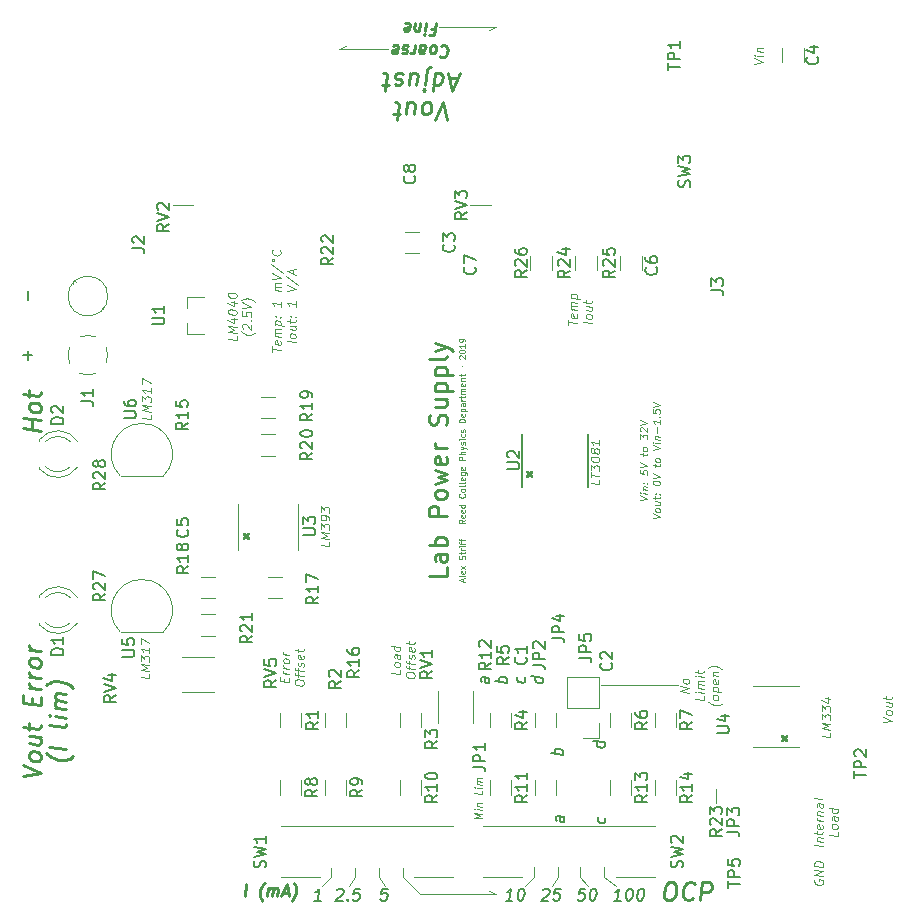
<source format=gbr>
G04 #@! TF.GenerationSoftware,KiCad,Pcbnew,(5.1.2)-1*
G04 #@! TF.CreationDate,2019-06-11T18:42:14-07:00*
G04 #@! TF.ProjectId,psu,7073752e-6b69-4636-9164-5f7063625858,rev?*
G04 #@! TF.SameCoordinates,Original*
G04 #@! TF.FileFunction,Legend,Top*
G04 #@! TF.FilePolarity,Positive*
%FSLAX46Y46*%
G04 Gerber Fmt 4.6, Leading zero omitted, Abs format (unit mm)*
G04 Created by KiCad (PCBNEW (5.1.2)-1) date 2019-06-11 18:42:14*
%MOMM*%
%LPD*%
G04 APERTURE LIST*
%ADD10C,0.125000*%
%ADD11C,0.120000*%
%ADD12C,0.100000*%
%ADD13C,0.250000*%
%ADD14C,0.200000*%
%ADD15C,0.150000*%
G04 APERTURE END LIST*
D10*
X152161488Y-101169761D02*
X152786488Y-101039553D01*
X152161488Y-100753095D01*
X152786488Y-100622886D02*
X152369821Y-100570803D01*
X152161488Y-100544761D02*
X152191250Y-100578244D01*
X152221011Y-100552202D01*
X152191250Y-100518720D01*
X152161488Y-100544761D01*
X152221011Y-100552202D01*
X152369821Y-100273184D02*
X152786488Y-100325267D01*
X152429345Y-100280625D02*
X152399583Y-100247142D01*
X152369821Y-100183898D01*
X152369821Y-100094613D01*
X152399583Y-100038809D01*
X152459107Y-100016488D01*
X152786488Y-100057410D01*
X152726964Y-99752351D02*
X152756726Y-99726309D01*
X152786488Y-99759791D01*
X152756726Y-99785833D01*
X152726964Y-99752351D01*
X152786488Y-99759791D01*
X152399583Y-99711428D02*
X152429345Y-99685386D01*
X152459107Y-99718869D01*
X152429345Y-99744910D01*
X152399583Y-99711428D01*
X152459107Y-99718869D01*
X152161488Y-98610238D02*
X152161488Y-98907857D01*
X152459107Y-98974821D01*
X152429345Y-98941339D01*
X152399583Y-98878095D01*
X152399583Y-98729285D01*
X152429345Y-98673482D01*
X152459107Y-98647440D01*
X152518630Y-98625119D01*
X152667440Y-98643720D01*
X152726964Y-98680922D01*
X152756726Y-98714404D01*
X152786488Y-98777648D01*
X152786488Y-98926458D01*
X152756726Y-98982261D01*
X152726964Y-99008303D01*
X152161488Y-98401904D02*
X152786488Y-98271696D01*
X152161488Y-97985238D01*
X152369821Y-97416041D02*
X152369821Y-97177946D01*
X152161488Y-97300714D02*
X152697202Y-97367678D01*
X152756726Y-97345357D01*
X152786488Y-97289553D01*
X152786488Y-97230029D01*
X152786488Y-96932410D02*
X152756726Y-96988214D01*
X152726964Y-97014255D01*
X152667440Y-97036577D01*
X152488869Y-97014255D01*
X152429345Y-96977053D01*
X152399583Y-96943571D01*
X152369821Y-96880327D01*
X152369821Y-96791041D01*
X152399583Y-96735238D01*
X152429345Y-96709196D01*
X152488869Y-96686875D01*
X152667440Y-96709196D01*
X152726964Y-96746398D01*
X152756726Y-96779880D01*
X152786488Y-96843125D01*
X152786488Y-96932410D01*
X152161488Y-95961428D02*
X152161488Y-95574523D01*
X152399583Y-95812619D01*
X152399583Y-95723333D01*
X152429345Y-95667529D01*
X152459107Y-95641488D01*
X152518630Y-95619166D01*
X152667440Y-95637767D01*
X152726964Y-95674970D01*
X152756726Y-95708452D01*
X152786488Y-95771696D01*
X152786488Y-95950267D01*
X152756726Y-96006071D01*
X152726964Y-96032113D01*
X152221011Y-95343869D02*
X152191250Y-95310386D01*
X152161488Y-95247142D01*
X152161488Y-95098333D01*
X152191250Y-95042529D01*
X152221011Y-95016488D01*
X152280535Y-94994166D01*
X152340059Y-95001607D01*
X152429345Y-95042529D01*
X152786488Y-95444315D01*
X152786488Y-95057410D01*
X152161488Y-94800714D02*
X152786488Y-94670505D01*
X152161488Y-94384047D01*
X153223988Y-102717380D02*
X153848988Y-102587172D01*
X153223988Y-102300714D01*
X153848988Y-102081220D02*
X153819226Y-102137023D01*
X153789464Y-102163065D01*
X153729940Y-102185386D01*
X153551369Y-102163065D01*
X153491845Y-102125863D01*
X153462083Y-102092380D01*
X153432321Y-102029136D01*
X153432321Y-101939851D01*
X153462083Y-101884047D01*
X153491845Y-101858005D01*
X153551369Y-101835684D01*
X153729940Y-101858005D01*
X153789464Y-101895208D01*
X153819226Y-101928690D01*
X153848988Y-101991934D01*
X153848988Y-102081220D01*
X153432321Y-101285089D02*
X153848988Y-101337172D01*
X153432321Y-101552946D02*
X153759702Y-101593869D01*
X153819226Y-101571547D01*
X153848988Y-101515744D01*
X153848988Y-101426458D01*
X153819226Y-101363214D01*
X153789464Y-101329732D01*
X153432321Y-101076755D02*
X153432321Y-100838660D01*
X153223988Y-100961428D02*
X153759702Y-101028392D01*
X153819226Y-101006071D01*
X153848988Y-100950267D01*
X153848988Y-100890744D01*
X153789464Y-100674970D02*
X153819226Y-100648928D01*
X153848988Y-100682410D01*
X153819226Y-100708452D01*
X153789464Y-100674970D01*
X153848988Y-100682410D01*
X153462083Y-100634047D02*
X153491845Y-100608005D01*
X153521607Y-100641488D01*
X153491845Y-100667529D01*
X153462083Y-100634047D01*
X153521607Y-100641488D01*
X153223988Y-99711428D02*
X153223988Y-99651904D01*
X153253750Y-99596101D01*
X153283511Y-99570059D01*
X153343035Y-99547738D01*
X153462083Y-99532857D01*
X153610892Y-99551458D01*
X153729940Y-99596101D01*
X153789464Y-99633303D01*
X153819226Y-99666785D01*
X153848988Y-99730029D01*
X153848988Y-99789553D01*
X153819226Y-99845357D01*
X153789464Y-99871398D01*
X153729940Y-99893720D01*
X153610892Y-99908601D01*
X153462083Y-99890000D01*
X153343035Y-99845357D01*
X153283511Y-99808154D01*
X153253750Y-99774672D01*
X153223988Y-99711428D01*
X153223988Y-99324523D02*
X153848988Y-99194315D01*
X153223988Y-98907857D01*
X153432321Y-98338660D02*
X153432321Y-98100565D01*
X153223988Y-98223333D02*
X153759702Y-98290297D01*
X153819226Y-98267976D01*
X153848988Y-98212172D01*
X153848988Y-98152648D01*
X153848988Y-97855029D02*
X153819226Y-97910833D01*
X153789464Y-97936875D01*
X153729940Y-97959196D01*
X153551369Y-97936875D01*
X153491845Y-97899672D01*
X153462083Y-97866190D01*
X153432321Y-97802946D01*
X153432321Y-97713660D01*
X153462083Y-97657857D01*
X153491845Y-97631815D01*
X153551369Y-97609494D01*
X153729940Y-97631815D01*
X153789464Y-97669017D01*
X153819226Y-97702500D01*
X153848988Y-97765744D01*
X153848988Y-97855029D01*
X153223988Y-96913809D02*
X153848988Y-96783601D01*
X153223988Y-96497142D01*
X153848988Y-96366934D02*
X153432321Y-96314851D01*
X153223988Y-96288809D02*
X153253750Y-96322291D01*
X153283511Y-96296250D01*
X153253750Y-96262767D01*
X153223988Y-96288809D01*
X153283511Y-96296250D01*
X153432321Y-96017232D02*
X153848988Y-96069315D01*
X153491845Y-96024672D02*
X153462083Y-95991190D01*
X153432321Y-95927946D01*
X153432321Y-95838660D01*
X153462083Y-95782857D01*
X153521607Y-95760535D01*
X153848988Y-95801458D01*
X153610892Y-95474077D02*
X153610892Y-94997886D01*
X153848988Y-94402648D02*
X153848988Y-94759791D01*
X153848988Y-94581220D02*
X153223988Y-94503095D01*
X153313273Y-94573779D01*
X153372797Y-94640744D01*
X153402559Y-94703988D01*
X153789464Y-94127351D02*
X153819226Y-94101309D01*
X153848988Y-94134791D01*
X153819226Y-94160833D01*
X153789464Y-94127351D01*
X153848988Y-94134791D01*
X153223988Y-93461428D02*
X153223988Y-93759047D01*
X153521607Y-93826011D01*
X153491845Y-93792529D01*
X153462083Y-93729285D01*
X153462083Y-93580476D01*
X153491845Y-93524672D01*
X153521607Y-93498630D01*
X153581130Y-93476309D01*
X153729940Y-93494910D01*
X153789464Y-93532113D01*
X153819226Y-93565595D01*
X153848988Y-93628839D01*
X153848988Y-93777648D01*
X153819226Y-93833452D01*
X153789464Y-93859494D01*
X153223988Y-93253095D02*
X153848988Y-93122886D01*
X153223988Y-92836428D01*
D11*
X137160000Y-89865200D02*
G75*
G03X137160000Y-89865200I-50800J0D01*
G01*
X137160000Y-103784400D02*
G75*
G03X137160000Y-103784400I-50800J0D01*
G01*
D12*
X137192533Y-108087619D02*
X137192533Y-107849523D01*
X137335390Y-108135238D02*
X136835390Y-107968571D01*
X137335390Y-107801904D01*
X137335390Y-107563809D02*
X137311580Y-107611428D01*
X137263961Y-107635238D01*
X136835390Y-107635238D01*
X137311580Y-107182857D02*
X137335390Y-107230476D01*
X137335390Y-107325714D01*
X137311580Y-107373333D01*
X137263961Y-107397142D01*
X137073485Y-107397142D01*
X137025866Y-107373333D01*
X137002057Y-107325714D01*
X137002057Y-107230476D01*
X137025866Y-107182857D01*
X137073485Y-107159047D01*
X137121104Y-107159047D01*
X137168723Y-107397142D01*
X137335390Y-106992380D02*
X137002057Y-106730476D01*
X137002057Y-106992380D02*
X137335390Y-106730476D01*
X137311580Y-106182857D02*
X137335390Y-106111428D01*
X137335390Y-105992380D01*
X137311580Y-105944761D01*
X137287771Y-105920952D01*
X137240152Y-105897142D01*
X137192533Y-105897142D01*
X137144914Y-105920952D01*
X137121104Y-105944761D01*
X137097295Y-105992380D01*
X137073485Y-106087619D01*
X137049676Y-106135238D01*
X137025866Y-106159047D01*
X136978247Y-106182857D01*
X136930628Y-106182857D01*
X136883009Y-106159047D01*
X136859200Y-106135238D01*
X136835390Y-106087619D01*
X136835390Y-105968571D01*
X136859200Y-105897142D01*
X137002057Y-105754285D02*
X137002057Y-105563809D01*
X136835390Y-105682857D02*
X137263961Y-105682857D01*
X137311580Y-105659047D01*
X137335390Y-105611428D01*
X137335390Y-105563809D01*
X137335390Y-105397142D02*
X137002057Y-105397142D01*
X137097295Y-105397142D02*
X137049676Y-105373333D01*
X137025866Y-105349523D01*
X137002057Y-105301904D01*
X137002057Y-105254285D01*
X137335390Y-105087619D02*
X137002057Y-105087619D01*
X136835390Y-105087619D02*
X136859200Y-105111428D01*
X136883009Y-105087619D01*
X136859200Y-105063809D01*
X136835390Y-105087619D01*
X136883009Y-105087619D01*
X137002057Y-104920952D02*
X137002057Y-104730476D01*
X137335390Y-104849523D02*
X136906819Y-104849523D01*
X136859200Y-104825714D01*
X136835390Y-104778095D01*
X136835390Y-104730476D01*
X137002057Y-104635238D02*
X137002057Y-104444761D01*
X137335390Y-104563809D02*
X136906819Y-104563809D01*
X136859200Y-104539999D01*
X136835390Y-104492380D01*
X136835390Y-104444761D01*
X137335390Y-102849523D02*
X137097295Y-103016190D01*
X137335390Y-103135238D02*
X136835390Y-103135238D01*
X136835390Y-102944761D01*
X136859200Y-102897142D01*
X136883009Y-102873333D01*
X136930628Y-102849523D01*
X137002057Y-102849523D01*
X137049676Y-102873333D01*
X137073485Y-102897142D01*
X137097295Y-102944761D01*
X137097295Y-103135238D01*
X137311580Y-102444761D02*
X137335390Y-102492380D01*
X137335390Y-102587619D01*
X137311580Y-102635238D01*
X137263961Y-102659047D01*
X137073485Y-102659047D01*
X137025866Y-102635238D01*
X137002057Y-102587619D01*
X137002057Y-102492380D01*
X137025866Y-102444761D01*
X137073485Y-102420952D01*
X137121104Y-102420952D01*
X137168723Y-102659047D01*
X137311580Y-102016190D02*
X137335390Y-102063809D01*
X137335390Y-102159047D01*
X137311580Y-102206666D01*
X137263961Y-102230476D01*
X137073485Y-102230476D01*
X137025866Y-102206666D01*
X137002057Y-102159047D01*
X137002057Y-102063809D01*
X137025866Y-102016190D01*
X137073485Y-101992380D01*
X137121104Y-101992380D01*
X137168723Y-102230476D01*
X137335390Y-101563809D02*
X136835390Y-101563809D01*
X137311580Y-101563809D02*
X137335390Y-101611428D01*
X137335390Y-101706666D01*
X137311580Y-101754285D01*
X137287771Y-101778095D01*
X137240152Y-101801904D01*
X137097295Y-101801904D01*
X137049676Y-101778095D01*
X137025866Y-101754285D01*
X137002057Y-101706666D01*
X137002057Y-101611428D01*
X137025866Y-101563809D01*
X137287771Y-100659047D02*
X137311580Y-100682857D01*
X137335390Y-100754285D01*
X137335390Y-100801904D01*
X137311580Y-100873333D01*
X137263961Y-100920952D01*
X137216342Y-100944761D01*
X137121104Y-100968571D01*
X137049676Y-100968571D01*
X136954438Y-100944761D01*
X136906819Y-100920952D01*
X136859200Y-100873333D01*
X136835390Y-100801904D01*
X136835390Y-100754285D01*
X136859200Y-100682857D01*
X136883009Y-100659047D01*
X137335390Y-100373333D02*
X137311580Y-100420952D01*
X137287771Y-100444761D01*
X137240152Y-100468571D01*
X137097295Y-100468571D01*
X137049676Y-100444761D01*
X137025866Y-100420952D01*
X137002057Y-100373333D01*
X137002057Y-100301904D01*
X137025866Y-100254285D01*
X137049676Y-100230476D01*
X137097295Y-100206666D01*
X137240152Y-100206666D01*
X137287771Y-100230476D01*
X137311580Y-100254285D01*
X137335390Y-100301904D01*
X137335390Y-100373333D01*
X137335390Y-99920952D02*
X137311580Y-99968571D01*
X137263961Y-99992380D01*
X136835390Y-99992380D01*
X137335390Y-99659047D02*
X137311580Y-99706666D01*
X137263961Y-99730476D01*
X136835390Y-99730476D01*
X137311580Y-99278095D02*
X137335390Y-99325714D01*
X137335390Y-99420952D01*
X137311580Y-99468571D01*
X137263961Y-99492380D01*
X137073485Y-99492380D01*
X137025866Y-99468571D01*
X137002057Y-99420952D01*
X137002057Y-99325714D01*
X137025866Y-99278095D01*
X137073485Y-99254285D01*
X137121104Y-99254285D01*
X137168723Y-99492380D01*
X137002057Y-98825714D02*
X137406819Y-98825714D01*
X137454438Y-98849523D01*
X137478247Y-98873333D01*
X137502057Y-98920952D01*
X137502057Y-98992380D01*
X137478247Y-99040000D01*
X137311580Y-98825714D02*
X137335390Y-98873333D01*
X137335390Y-98968571D01*
X137311580Y-99016190D01*
X137287771Y-99040000D01*
X137240152Y-99063809D01*
X137097295Y-99063809D01*
X137049676Y-99040000D01*
X137025866Y-99016190D01*
X137002057Y-98968571D01*
X137002057Y-98873333D01*
X137025866Y-98825714D01*
X137311580Y-98397142D02*
X137335390Y-98444761D01*
X137335390Y-98540000D01*
X137311580Y-98587619D01*
X137263961Y-98611428D01*
X137073485Y-98611428D01*
X137025866Y-98587619D01*
X137002057Y-98540000D01*
X137002057Y-98444761D01*
X137025866Y-98397142D01*
X137073485Y-98373333D01*
X137121104Y-98373333D01*
X137168723Y-98611428D01*
X137335390Y-97778095D02*
X136835390Y-97778095D01*
X136835390Y-97587619D01*
X136859200Y-97540000D01*
X136883009Y-97516190D01*
X136930628Y-97492380D01*
X137002057Y-97492380D01*
X137049676Y-97516190D01*
X137073485Y-97540000D01*
X137097295Y-97587619D01*
X137097295Y-97778095D01*
X137335390Y-97278095D02*
X136835390Y-97278095D01*
X137335390Y-97063809D02*
X137073485Y-97063809D01*
X137025866Y-97087619D01*
X137002057Y-97135238D01*
X137002057Y-97206666D01*
X137025866Y-97254285D01*
X137049676Y-97278095D01*
X137002057Y-96873333D02*
X137335390Y-96754285D01*
X137002057Y-96635238D02*
X137335390Y-96754285D01*
X137454438Y-96801904D01*
X137478247Y-96825714D01*
X137502057Y-96873333D01*
X137311580Y-96468571D02*
X137335390Y-96420952D01*
X137335390Y-96325714D01*
X137311580Y-96278095D01*
X137263961Y-96254285D01*
X137240152Y-96254285D01*
X137192533Y-96278095D01*
X137168723Y-96325714D01*
X137168723Y-96397142D01*
X137144914Y-96444761D01*
X137097295Y-96468571D01*
X137073485Y-96468571D01*
X137025866Y-96444761D01*
X137002057Y-96397142D01*
X137002057Y-96325714D01*
X137025866Y-96278095D01*
X137335390Y-96040000D02*
X137002057Y-96040000D01*
X136835390Y-96040000D02*
X136859200Y-96063809D01*
X136883009Y-96040000D01*
X136859200Y-96016190D01*
X136835390Y-96040000D01*
X136883009Y-96040000D01*
X137311580Y-95587619D02*
X137335390Y-95635238D01*
X137335390Y-95730476D01*
X137311580Y-95778095D01*
X137287771Y-95801904D01*
X137240152Y-95825714D01*
X137097295Y-95825714D01*
X137049676Y-95801904D01*
X137025866Y-95778095D01*
X137002057Y-95730476D01*
X137002057Y-95635238D01*
X137025866Y-95587619D01*
X137311580Y-95397142D02*
X137335390Y-95349523D01*
X137335390Y-95254285D01*
X137311580Y-95206666D01*
X137263961Y-95182857D01*
X137240152Y-95182857D01*
X137192533Y-95206666D01*
X137168723Y-95254285D01*
X137168723Y-95325714D01*
X137144914Y-95373333D01*
X137097295Y-95397142D01*
X137073485Y-95397142D01*
X137025866Y-95373333D01*
X137002057Y-95325714D01*
X137002057Y-95254285D01*
X137025866Y-95206666D01*
X137335390Y-94587619D02*
X136835390Y-94587619D01*
X136835390Y-94468571D01*
X136859200Y-94397142D01*
X136906819Y-94349523D01*
X136954438Y-94325714D01*
X137049676Y-94301904D01*
X137121104Y-94301904D01*
X137216342Y-94325714D01*
X137263961Y-94349523D01*
X137311580Y-94397142D01*
X137335390Y-94468571D01*
X137335390Y-94587619D01*
X137311580Y-93897142D02*
X137335390Y-93944761D01*
X137335390Y-94040000D01*
X137311580Y-94087619D01*
X137263961Y-94111428D01*
X137073485Y-94111428D01*
X137025866Y-94087619D01*
X137002057Y-94040000D01*
X137002057Y-93944761D01*
X137025866Y-93897142D01*
X137073485Y-93873333D01*
X137121104Y-93873333D01*
X137168723Y-94111428D01*
X137002057Y-93659047D02*
X137502057Y-93659047D01*
X137025866Y-93659047D02*
X137002057Y-93611428D01*
X137002057Y-93516190D01*
X137025866Y-93468571D01*
X137049676Y-93444761D01*
X137097295Y-93420952D01*
X137240152Y-93420952D01*
X137287771Y-93444761D01*
X137311580Y-93468571D01*
X137335390Y-93516190D01*
X137335390Y-93611428D01*
X137311580Y-93659047D01*
X137335390Y-92992380D02*
X137073485Y-92992380D01*
X137025866Y-93016190D01*
X137002057Y-93063809D01*
X137002057Y-93159047D01*
X137025866Y-93206666D01*
X137311580Y-92992380D02*
X137335390Y-93040000D01*
X137335390Y-93159047D01*
X137311580Y-93206666D01*
X137263961Y-93230476D01*
X137216342Y-93230476D01*
X137168723Y-93206666D01*
X137144914Y-93159047D01*
X137144914Y-93040000D01*
X137121104Y-92992380D01*
X137335390Y-92754285D02*
X137002057Y-92754285D01*
X137097295Y-92754285D02*
X137049676Y-92730476D01*
X137025866Y-92706666D01*
X137002057Y-92659047D01*
X137002057Y-92611428D01*
X137002057Y-92516190D02*
X137002057Y-92325714D01*
X136835390Y-92444761D02*
X137263961Y-92444761D01*
X137311580Y-92420952D01*
X137335390Y-92373333D01*
X137335390Y-92325714D01*
X137335390Y-92159047D02*
X137002057Y-92159047D01*
X137049676Y-92159047D02*
X137025866Y-92135238D01*
X137002057Y-92087619D01*
X137002057Y-92016190D01*
X137025866Y-91968571D01*
X137073485Y-91944761D01*
X137335390Y-91944761D01*
X137073485Y-91944761D02*
X137025866Y-91920952D01*
X137002057Y-91873333D01*
X137002057Y-91801904D01*
X137025866Y-91754285D01*
X137073485Y-91730476D01*
X137335390Y-91730476D01*
X137311580Y-91301904D02*
X137335390Y-91349523D01*
X137335390Y-91444761D01*
X137311580Y-91492380D01*
X137263961Y-91516190D01*
X137073485Y-91516190D01*
X137025866Y-91492380D01*
X137002057Y-91444761D01*
X137002057Y-91349523D01*
X137025866Y-91301904D01*
X137073485Y-91278095D01*
X137121104Y-91278095D01*
X137168723Y-91516190D01*
X137002057Y-91063809D02*
X137335390Y-91063809D01*
X137049676Y-91063809D02*
X137025866Y-91040000D01*
X137002057Y-90992380D01*
X137002057Y-90920952D01*
X137025866Y-90873333D01*
X137073485Y-90849523D01*
X137335390Y-90849523D01*
X137002057Y-90682857D02*
X137002057Y-90492380D01*
X136835390Y-90611428D02*
X137263961Y-90611428D01*
X137311580Y-90587619D01*
X137335390Y-90540000D01*
X137335390Y-90492380D01*
X136883009Y-89206666D02*
X136859200Y-89182857D01*
X136835390Y-89135238D01*
X136835390Y-89016190D01*
X136859200Y-88968571D01*
X136883009Y-88944761D01*
X136930628Y-88920952D01*
X136978247Y-88920952D01*
X137049676Y-88944761D01*
X137335390Y-89230476D01*
X137335390Y-88920952D01*
X136835390Y-88611428D02*
X136835390Y-88563809D01*
X136859200Y-88516190D01*
X136883009Y-88492380D01*
X136930628Y-88468571D01*
X137025866Y-88444761D01*
X137144914Y-88444761D01*
X137240152Y-88468571D01*
X137287771Y-88492380D01*
X137311580Y-88516190D01*
X137335390Y-88563809D01*
X137335390Y-88611428D01*
X137311580Y-88659047D01*
X137287771Y-88682857D01*
X137240152Y-88706666D01*
X137144914Y-88730476D01*
X137025866Y-88730476D01*
X136930628Y-88706666D01*
X136883009Y-88682857D01*
X136859200Y-88659047D01*
X136835390Y-88611428D01*
X137335390Y-87968571D02*
X137335390Y-88254285D01*
X137335390Y-88111428D02*
X136835390Y-88111428D01*
X136906819Y-88159047D01*
X136954438Y-88206666D01*
X136978247Y-88254285D01*
X137335390Y-87730476D02*
X137335390Y-87635238D01*
X137311580Y-87587619D01*
X137287771Y-87563809D01*
X137216342Y-87516190D01*
X137121104Y-87492380D01*
X136930628Y-87492380D01*
X136883009Y-87516190D01*
X136859200Y-87540000D01*
X136835390Y-87587619D01*
X136835390Y-87682857D01*
X136859200Y-87730476D01*
X136883009Y-87754285D01*
X136930628Y-87778095D01*
X137049676Y-87778095D01*
X137097295Y-87754285D01*
X137121104Y-87730476D01*
X137144914Y-87682857D01*
X137144914Y-87587619D01*
X137121104Y-87540000D01*
X137097295Y-87516190D01*
X137049676Y-87492380D01*
D13*
X135806571Y-106861428D02*
X135806571Y-107575714D01*
X134306571Y-107575714D01*
X135806571Y-105718571D02*
X135020857Y-105718571D01*
X134878000Y-105789999D01*
X134806571Y-105932857D01*
X134806571Y-106218571D01*
X134878000Y-106361428D01*
X135735142Y-105718571D02*
X135806571Y-105861428D01*
X135806571Y-106218571D01*
X135735142Y-106361428D01*
X135592285Y-106432857D01*
X135449428Y-106432857D01*
X135306571Y-106361428D01*
X135235142Y-106218571D01*
X135235142Y-105861428D01*
X135163714Y-105718571D01*
X135806571Y-105004285D02*
X134306571Y-105004285D01*
X134878000Y-105004285D02*
X134806571Y-104861428D01*
X134806571Y-104575714D01*
X134878000Y-104432857D01*
X134949428Y-104361428D01*
X135092285Y-104289999D01*
X135520857Y-104289999D01*
X135663714Y-104361428D01*
X135735142Y-104432857D01*
X135806571Y-104575714D01*
X135806571Y-104861428D01*
X135735142Y-105004285D01*
X135806571Y-102504285D02*
X134306571Y-102504285D01*
X134306571Y-101932857D01*
X134378000Y-101790000D01*
X134449428Y-101718571D01*
X134592285Y-101647142D01*
X134806571Y-101647142D01*
X134949428Y-101718571D01*
X135020857Y-101790000D01*
X135092285Y-101932857D01*
X135092285Y-102504285D01*
X135806571Y-100790000D02*
X135735142Y-100932857D01*
X135663714Y-101004285D01*
X135520857Y-101075714D01*
X135092285Y-101075714D01*
X134949428Y-101004285D01*
X134878000Y-100932857D01*
X134806571Y-100790000D01*
X134806571Y-100575714D01*
X134878000Y-100432857D01*
X134949428Y-100361428D01*
X135092285Y-100290000D01*
X135520857Y-100290000D01*
X135663714Y-100361428D01*
X135735142Y-100432857D01*
X135806571Y-100575714D01*
X135806571Y-100790000D01*
X134806571Y-99789999D02*
X135806571Y-99504285D01*
X135092285Y-99218571D01*
X135806571Y-98932857D01*
X134806571Y-98647142D01*
X135735142Y-97504285D02*
X135806571Y-97647142D01*
X135806571Y-97932857D01*
X135735142Y-98075714D01*
X135592285Y-98147142D01*
X135020857Y-98147142D01*
X134878000Y-98075714D01*
X134806571Y-97932857D01*
X134806571Y-97647142D01*
X134878000Y-97504285D01*
X135020857Y-97432857D01*
X135163714Y-97432857D01*
X135306571Y-98147142D01*
X135806571Y-96790000D02*
X134806571Y-96790000D01*
X135092285Y-96790000D02*
X134949428Y-96718571D01*
X134878000Y-96647142D01*
X134806571Y-96504285D01*
X134806571Y-96361428D01*
X135735142Y-94790000D02*
X135806571Y-94575714D01*
X135806571Y-94218571D01*
X135735142Y-94075714D01*
X135663714Y-94004285D01*
X135520857Y-93932857D01*
X135378000Y-93932857D01*
X135235142Y-94004285D01*
X135163714Y-94075714D01*
X135092285Y-94218571D01*
X135020857Y-94504285D01*
X134949428Y-94647142D01*
X134878000Y-94718571D01*
X134735142Y-94790000D01*
X134592285Y-94790000D01*
X134449428Y-94718571D01*
X134378000Y-94647142D01*
X134306571Y-94504285D01*
X134306571Y-94147142D01*
X134378000Y-93932857D01*
X134806571Y-92647142D02*
X135806571Y-92647142D01*
X134806571Y-93290000D02*
X135592285Y-93290000D01*
X135735142Y-93218571D01*
X135806571Y-93075714D01*
X135806571Y-92861428D01*
X135735142Y-92718571D01*
X135663714Y-92647142D01*
X134806571Y-91932857D02*
X136306571Y-91932857D01*
X134878000Y-91932857D02*
X134806571Y-91790000D01*
X134806571Y-91504285D01*
X134878000Y-91361428D01*
X134949428Y-91290000D01*
X135092285Y-91218571D01*
X135520857Y-91218571D01*
X135663714Y-91290000D01*
X135735142Y-91361428D01*
X135806571Y-91504285D01*
X135806571Y-91790000D01*
X135735142Y-91932857D01*
X134806571Y-90575714D02*
X136306571Y-90575714D01*
X134878000Y-90575714D02*
X134806571Y-90432857D01*
X134806571Y-90147142D01*
X134878000Y-90004285D01*
X134949428Y-89932857D01*
X135092285Y-89861428D01*
X135520857Y-89861428D01*
X135663714Y-89932857D01*
X135735142Y-90004285D01*
X135806571Y-90147142D01*
X135806571Y-90432857D01*
X135735142Y-90575714D01*
X135806571Y-89004285D02*
X135735142Y-89147142D01*
X135592285Y-89218571D01*
X134306571Y-89218571D01*
X134806571Y-88575714D02*
X135806571Y-88218571D01*
X134806571Y-87861428D02*
X135806571Y-88218571D01*
X136163714Y-88361428D01*
X136235142Y-88432857D01*
X136306571Y-88575714D01*
D12*
G36*
X142798800Y-98806000D02*
G01*
X142925800Y-98679000D01*
X143052800Y-98679000D01*
X143052800Y-98806000D01*
X142925800Y-98933000D01*
X143052800Y-99060000D01*
X143052800Y-99187000D01*
X142925800Y-99187000D01*
X142798800Y-99060000D01*
X142671800Y-99187000D01*
X142544800Y-99187000D01*
X142544800Y-99060000D01*
X142671800Y-98933000D01*
X142544800Y-98806000D01*
X142544800Y-98679000D01*
X142671800Y-98679000D01*
X142798800Y-98806000D01*
G37*
X142798800Y-98806000D02*
X142925800Y-98679000D01*
X143052800Y-98679000D01*
X143052800Y-98806000D01*
X142925800Y-98933000D01*
X143052800Y-99060000D01*
X143052800Y-99187000D01*
X142925800Y-99187000D01*
X142798800Y-99060000D01*
X142671800Y-99187000D01*
X142544800Y-99187000D01*
X142544800Y-99060000D01*
X142671800Y-98933000D01*
X142544800Y-98806000D01*
X142544800Y-98679000D01*
X142671800Y-98679000D01*
X142798800Y-98806000D01*
G36*
X118795800Y-104076500D02*
G01*
X118922800Y-103949500D01*
X119049800Y-103949500D01*
X119049800Y-104076500D01*
X118922800Y-104203500D01*
X119049800Y-104330500D01*
X119049800Y-104457500D01*
X118922800Y-104457500D01*
X118795800Y-104330500D01*
X118668800Y-104457500D01*
X118541800Y-104457500D01*
X118541800Y-104330500D01*
X118668800Y-104203500D01*
X118541800Y-104076500D01*
X118541800Y-103949500D01*
X118668800Y-103949500D01*
X118795800Y-104076500D01*
G37*
X118795800Y-104076500D02*
X118922800Y-103949500D01*
X119049800Y-103949500D01*
X119049800Y-104076500D01*
X118922800Y-104203500D01*
X119049800Y-104330500D01*
X119049800Y-104457500D01*
X118922800Y-104457500D01*
X118795800Y-104330500D01*
X118668800Y-104457500D01*
X118541800Y-104457500D01*
X118541800Y-104330500D01*
X118668800Y-104203500D01*
X118541800Y-104076500D01*
X118541800Y-103949500D01*
X118668800Y-103949500D01*
X118795800Y-104076500D01*
G36*
X164388800Y-121221500D02*
G01*
X164515800Y-121094500D01*
X164642800Y-121094500D01*
X164642800Y-121221500D01*
X164515800Y-121348500D01*
X164642800Y-121475500D01*
X164642800Y-121602500D01*
X164515800Y-121602500D01*
X164388800Y-121475500D01*
X164261800Y-121602500D01*
X164134800Y-121602500D01*
X164134800Y-121475500D01*
X164261800Y-121348500D01*
X164134800Y-121221500D01*
X164134800Y-121094500D01*
X164261800Y-121094500D01*
X164388800Y-121221500D01*
G37*
X164388800Y-121221500D02*
X164515800Y-121094500D01*
X164642800Y-121094500D01*
X164642800Y-121221500D01*
X164515800Y-121348500D01*
X164642800Y-121475500D01*
X164642800Y-121602500D01*
X164515800Y-121602500D01*
X164388800Y-121475500D01*
X164261800Y-121602500D01*
X164134800Y-121602500D01*
X164134800Y-121475500D01*
X164261800Y-121348500D01*
X164134800Y-121221500D01*
X164134800Y-121094500D01*
X164261800Y-121094500D01*
X164388800Y-121221500D01*
D10*
X167633685Y-130455147D02*
X166883685Y-130361397D01*
X167133685Y-130035504D02*
X167633685Y-130098004D01*
X167205114Y-130044433D02*
X167169400Y-130004254D01*
X167133685Y-129928361D01*
X167133685Y-129821218D01*
X167169400Y-129754254D01*
X167240828Y-129727468D01*
X167633685Y-129776575D01*
X167133685Y-129464075D02*
X167133685Y-129178361D01*
X166883685Y-129325683D02*
X167526542Y-129406040D01*
X167597971Y-129379254D01*
X167633685Y-129312290D01*
X167633685Y-129240861D01*
X167597971Y-128700683D02*
X167633685Y-128776575D01*
X167633685Y-128919433D01*
X167597971Y-128986397D01*
X167526542Y-129013183D01*
X167240828Y-128977468D01*
X167169400Y-128932825D01*
X167133685Y-128856933D01*
X167133685Y-128714075D01*
X167169400Y-128647111D01*
X167240828Y-128620325D01*
X167312257Y-128629254D01*
X167383685Y-128995325D01*
X167633685Y-128348004D02*
X167133685Y-128285504D01*
X167276542Y-128303361D02*
X167205114Y-128258718D01*
X167169400Y-128218540D01*
X167133685Y-128142647D01*
X167133685Y-128071218D01*
X167133685Y-127821218D02*
X167633685Y-127883718D01*
X167205114Y-127830147D02*
X167169400Y-127789968D01*
X167133685Y-127714075D01*
X167133685Y-127606933D01*
X167169400Y-127539968D01*
X167240828Y-127513183D01*
X167633685Y-127562290D01*
X167633685Y-126883718D02*
X167240828Y-126834611D01*
X167169400Y-126861397D01*
X167133685Y-126928361D01*
X167133685Y-127071218D01*
X167169400Y-127147111D01*
X167597971Y-126879254D02*
X167633685Y-126955147D01*
X167633685Y-127133718D01*
X167597971Y-127200683D01*
X167526542Y-127227468D01*
X167455114Y-127218540D01*
X167383685Y-127173897D01*
X167347971Y-127098004D01*
X167347971Y-126919433D01*
X167312257Y-126843540D01*
X167633685Y-126419433D02*
X167597971Y-126486397D01*
X167526542Y-126513183D01*
X166883685Y-126432825D01*
X168883685Y-129258718D02*
X168883685Y-129615861D01*
X168133685Y-129522111D01*
X168883685Y-128901575D02*
X168847971Y-128968540D01*
X168812257Y-128999790D01*
X168740828Y-129026575D01*
X168526542Y-128999790D01*
X168455114Y-128955147D01*
X168419400Y-128914968D01*
X168383685Y-128839075D01*
X168383685Y-128731933D01*
X168419400Y-128664968D01*
X168455114Y-128633718D01*
X168526542Y-128606933D01*
X168740828Y-128633718D01*
X168812257Y-128678361D01*
X168847971Y-128718540D01*
X168883685Y-128794433D01*
X168883685Y-128901575D01*
X168883685Y-128008718D02*
X168490828Y-127959611D01*
X168419400Y-127986397D01*
X168383685Y-128053361D01*
X168383685Y-128196218D01*
X168419400Y-128272111D01*
X168847971Y-128004254D02*
X168883685Y-128080147D01*
X168883685Y-128258718D01*
X168847971Y-128325683D01*
X168776542Y-128352468D01*
X168705114Y-128343540D01*
X168633685Y-128298897D01*
X168597971Y-128223004D01*
X168597971Y-128044433D01*
X168562257Y-127968540D01*
X168883685Y-127330147D02*
X168133685Y-127236397D01*
X168847971Y-127325683D02*
X168883685Y-127401575D01*
X168883685Y-127544433D01*
X168847971Y-127611397D01*
X168812257Y-127642647D01*
X168740828Y-127669433D01*
X168526542Y-127642647D01*
X168455114Y-127598004D01*
X168419400Y-127557825D01*
X168383685Y-127481933D01*
X168383685Y-127339075D01*
X168419400Y-127272111D01*
X122995885Y-87820718D02*
X122245885Y-87726968D01*
X122995885Y-87356433D02*
X122960171Y-87423397D01*
X122924457Y-87454647D01*
X122853028Y-87481433D01*
X122638742Y-87454647D01*
X122567314Y-87410004D01*
X122531600Y-87369825D01*
X122495885Y-87293933D01*
X122495885Y-87186790D01*
X122531600Y-87119825D01*
X122567314Y-87088575D01*
X122638742Y-87061790D01*
X122853028Y-87088575D01*
X122924457Y-87133218D01*
X122960171Y-87173397D01*
X122995885Y-87249290D01*
X122995885Y-87356433D01*
X122495885Y-86401075D02*
X122995885Y-86463575D01*
X122495885Y-86722504D02*
X122888742Y-86771611D01*
X122960171Y-86744825D01*
X122995885Y-86677861D01*
X122995885Y-86570718D01*
X122960171Y-86494825D01*
X122924457Y-86454647D01*
X122495885Y-86151075D02*
X122495885Y-85865361D01*
X122245885Y-86012683D02*
X122888742Y-86093040D01*
X122960171Y-86066254D01*
X122995885Y-85999290D01*
X122995885Y-85927861D01*
X122924457Y-85668933D02*
X122960171Y-85637683D01*
X122995885Y-85677861D01*
X122960171Y-85709111D01*
X122924457Y-85668933D01*
X122995885Y-85677861D01*
X122531600Y-85619825D02*
X122567314Y-85588575D01*
X122603028Y-85628754D01*
X122567314Y-85660004D01*
X122531600Y-85619825D01*
X122603028Y-85628754D01*
X122995885Y-84356433D02*
X122995885Y-84785004D01*
X122995885Y-84570718D02*
X122245885Y-84476968D01*
X122353028Y-84561790D01*
X122424457Y-84642147D01*
X122460171Y-84718040D01*
X122245885Y-83476968D02*
X122995885Y-83320718D01*
X122245885Y-82976968D01*
X122210171Y-82186790D02*
X123174457Y-82950183D01*
X122781600Y-82043933D02*
X122781600Y-81686790D01*
X122995885Y-82142147D02*
X122245885Y-81798397D01*
X122995885Y-81642147D01*
X120975885Y-88591197D02*
X120975885Y-88162625D01*
X121725885Y-88470661D02*
X120975885Y-88376911D01*
X121690171Y-87716197D02*
X121725885Y-87792090D01*
X121725885Y-87934947D01*
X121690171Y-88001911D01*
X121618742Y-88028697D01*
X121333028Y-87992983D01*
X121261600Y-87948340D01*
X121225885Y-87872447D01*
X121225885Y-87729590D01*
X121261600Y-87662625D01*
X121333028Y-87635840D01*
X121404457Y-87644768D01*
X121475885Y-88010840D01*
X121725885Y-87363518D02*
X121225885Y-87301018D01*
X121297314Y-87309947D02*
X121261600Y-87269768D01*
X121225885Y-87193875D01*
X121225885Y-87086733D01*
X121261600Y-87019768D01*
X121333028Y-86992983D01*
X121725885Y-87042090D01*
X121333028Y-86992983D02*
X121261600Y-86948340D01*
X121225885Y-86872447D01*
X121225885Y-86765304D01*
X121261600Y-86698340D01*
X121333028Y-86671554D01*
X121725885Y-86720661D01*
X121225885Y-86301018D02*
X121975885Y-86394768D01*
X121261600Y-86305483D02*
X121225885Y-86229590D01*
X121225885Y-86086733D01*
X121261600Y-86019768D01*
X121297314Y-85988518D01*
X121368742Y-85961733D01*
X121583028Y-85988518D01*
X121654457Y-86033161D01*
X121690171Y-86073340D01*
X121725885Y-86149233D01*
X121725885Y-86292090D01*
X121690171Y-86359054D01*
X121654457Y-85676018D02*
X121690171Y-85644768D01*
X121725885Y-85684947D01*
X121690171Y-85716197D01*
X121654457Y-85676018D01*
X121725885Y-85684947D01*
X121261600Y-85626911D02*
X121297314Y-85595661D01*
X121333028Y-85635840D01*
X121297314Y-85667090D01*
X121261600Y-85626911D01*
X121333028Y-85635840D01*
X121725885Y-84363518D02*
X121725885Y-84792090D01*
X121725885Y-84577804D02*
X120975885Y-84484054D01*
X121083028Y-84568875D01*
X121154457Y-84649233D01*
X121190171Y-84725125D01*
X121725885Y-83470661D02*
X121225885Y-83408161D01*
X121297314Y-83417090D02*
X121261600Y-83376911D01*
X121225885Y-83301018D01*
X121225885Y-83193875D01*
X121261600Y-83126911D01*
X121333028Y-83100125D01*
X121725885Y-83149233D01*
X121333028Y-83100125D02*
X121261600Y-83055483D01*
X121225885Y-82979590D01*
X121225885Y-82872447D01*
X121261600Y-82805483D01*
X121333028Y-82778697D01*
X121725885Y-82827804D01*
X120975885Y-82484054D02*
X121725885Y-82327804D01*
X120975885Y-81984054D01*
X120940171Y-81193875D02*
X121904457Y-81957268D01*
X120975885Y-80841197D02*
X121011600Y-80917090D01*
X121083028Y-80961733D01*
X121154457Y-80934947D01*
X121190171Y-80867983D01*
X121154457Y-80792090D01*
X121083028Y-80747447D01*
X121011600Y-80774233D01*
X120975885Y-80841197D01*
X121654457Y-80033161D02*
X121690171Y-80073340D01*
X121725885Y-80184947D01*
X121725885Y-80256375D01*
X121690171Y-80359054D01*
X121618742Y-80421554D01*
X121547314Y-80448340D01*
X121404457Y-80466197D01*
X121297314Y-80452804D01*
X121154457Y-80399233D01*
X121083028Y-80354590D01*
X121011600Y-80274233D01*
X120975885Y-80162625D01*
X120975885Y-80091197D01*
X121011600Y-79988518D01*
X121047314Y-79957268D01*
D11*
X155371800Y-116840000D02*
X148894800Y-116840000D01*
D10*
X156302585Y-117469575D02*
X155552585Y-117375825D01*
X156302585Y-117041004D01*
X155552585Y-116947254D01*
X156302585Y-116576718D02*
X156266871Y-116643683D01*
X156231157Y-116674933D01*
X156159728Y-116701718D01*
X155945442Y-116674933D01*
X155874014Y-116630290D01*
X155838300Y-116590111D01*
X155802585Y-116514218D01*
X155802585Y-116407075D01*
X155838300Y-116340111D01*
X155874014Y-116308861D01*
X155945442Y-116282075D01*
X156159728Y-116308861D01*
X156231157Y-116353504D01*
X156266871Y-116393683D01*
X156302585Y-116469575D01*
X156302585Y-116576718D01*
X157552585Y-117755290D02*
X157552585Y-118112433D01*
X156802585Y-118018683D01*
X157552585Y-117505290D02*
X157052585Y-117442790D01*
X156802585Y-117411540D02*
X156838300Y-117451718D01*
X156874014Y-117420468D01*
X156838300Y-117380290D01*
X156802585Y-117411540D01*
X156874014Y-117420468D01*
X157552585Y-117148147D02*
X157052585Y-117085647D01*
X157124014Y-117094575D02*
X157088300Y-117054397D01*
X157052585Y-116978504D01*
X157052585Y-116871361D01*
X157088300Y-116804397D01*
X157159728Y-116777611D01*
X157552585Y-116826718D01*
X157159728Y-116777611D02*
X157088300Y-116732968D01*
X157052585Y-116657075D01*
X157052585Y-116549933D01*
X157088300Y-116482968D01*
X157159728Y-116456183D01*
X157552585Y-116505290D01*
X157552585Y-116148147D02*
X157052585Y-116085647D01*
X156802585Y-116054397D02*
X156838300Y-116094575D01*
X156874014Y-116063325D01*
X156838300Y-116023147D01*
X156802585Y-116054397D01*
X156874014Y-116063325D01*
X157052585Y-115835647D02*
X157052585Y-115549933D01*
X156802585Y-115697254D02*
X157445442Y-115777611D01*
X157516871Y-115750825D01*
X157552585Y-115683861D01*
X157552585Y-115612433D01*
X159088300Y-118398147D02*
X159052585Y-118429397D01*
X158945442Y-118487433D01*
X158874014Y-118514218D01*
X158766871Y-118536540D01*
X158588300Y-118549933D01*
X158445442Y-118532075D01*
X158266871Y-118474040D01*
X158159728Y-118424933D01*
X158088300Y-118380290D01*
X157981157Y-118295468D01*
X157945442Y-118255290D01*
X158802585Y-117969575D02*
X158766871Y-118036540D01*
X158731157Y-118067790D01*
X158659728Y-118094575D01*
X158445442Y-118067790D01*
X158374014Y-118023147D01*
X158338300Y-117982968D01*
X158302585Y-117907075D01*
X158302585Y-117799933D01*
X158338300Y-117732968D01*
X158374014Y-117701718D01*
X158445442Y-117674933D01*
X158659728Y-117701718D01*
X158731157Y-117746361D01*
X158766871Y-117786540D01*
X158802585Y-117862433D01*
X158802585Y-117969575D01*
X158302585Y-117335647D02*
X159052585Y-117429397D01*
X158338300Y-117340111D02*
X158302585Y-117264218D01*
X158302585Y-117121361D01*
X158338300Y-117054397D01*
X158374014Y-117023147D01*
X158445442Y-116996361D01*
X158659728Y-117023147D01*
X158731157Y-117067790D01*
X158766871Y-117107968D01*
X158802585Y-117183861D01*
X158802585Y-117326718D01*
X158766871Y-117393683D01*
X158766871Y-116429397D02*
X158802585Y-116505290D01*
X158802585Y-116648147D01*
X158766871Y-116715111D01*
X158695442Y-116741897D01*
X158409728Y-116706183D01*
X158338300Y-116661540D01*
X158302585Y-116585647D01*
X158302585Y-116442790D01*
X158338300Y-116375825D01*
X158409728Y-116349040D01*
X158481157Y-116357968D01*
X158552585Y-116724040D01*
X158302585Y-116014218D02*
X158802585Y-116076718D01*
X158374014Y-116023147D02*
X158338300Y-115982968D01*
X158302585Y-115907075D01*
X158302585Y-115799933D01*
X158338300Y-115732968D01*
X158409728Y-115706183D01*
X158802585Y-115755290D01*
X159088300Y-115505290D02*
X159052585Y-115465111D01*
X158945442Y-115380290D01*
X158874014Y-115335647D01*
X158766871Y-115286540D01*
X158588300Y-115228504D01*
X158445442Y-115210647D01*
X158266871Y-115224040D01*
X158159728Y-115246361D01*
X158088300Y-115273147D01*
X157981157Y-115331183D01*
X157945442Y-115362433D01*
X131845085Y-115542718D02*
X131845085Y-115899861D01*
X131095085Y-115806111D01*
X131845085Y-115185575D02*
X131809371Y-115252540D01*
X131773657Y-115283790D01*
X131702228Y-115310575D01*
X131487942Y-115283790D01*
X131416514Y-115239147D01*
X131380800Y-115198968D01*
X131345085Y-115123075D01*
X131345085Y-115015933D01*
X131380800Y-114948968D01*
X131416514Y-114917718D01*
X131487942Y-114890933D01*
X131702228Y-114917718D01*
X131773657Y-114962361D01*
X131809371Y-115002540D01*
X131845085Y-115078433D01*
X131845085Y-115185575D01*
X131845085Y-114292718D02*
X131452228Y-114243611D01*
X131380800Y-114270397D01*
X131345085Y-114337361D01*
X131345085Y-114480218D01*
X131380800Y-114556111D01*
X131809371Y-114288254D02*
X131845085Y-114364147D01*
X131845085Y-114542718D01*
X131809371Y-114609683D01*
X131737942Y-114636468D01*
X131666514Y-114627540D01*
X131595085Y-114582897D01*
X131559371Y-114507004D01*
X131559371Y-114328433D01*
X131523657Y-114252540D01*
X131845085Y-113614147D02*
X131095085Y-113520397D01*
X131809371Y-113609683D02*
X131845085Y-113685575D01*
X131845085Y-113828433D01*
X131809371Y-113895397D01*
X131773657Y-113926647D01*
X131702228Y-113953433D01*
X131487942Y-113926647D01*
X131416514Y-113882004D01*
X131380800Y-113841825D01*
X131345085Y-113765933D01*
X131345085Y-113623075D01*
X131380800Y-113556111D01*
X132345085Y-116002540D02*
X132345085Y-115859683D01*
X132380800Y-115792718D01*
X132452228Y-115730218D01*
X132595085Y-115712361D01*
X132845085Y-115743611D01*
X132987942Y-115797183D01*
X133059371Y-115877540D01*
X133095085Y-115953433D01*
X133095085Y-116096290D01*
X133059371Y-116163254D01*
X132987942Y-116225754D01*
X132845085Y-116243611D01*
X132595085Y-116212361D01*
X132452228Y-116158790D01*
X132380800Y-116078433D01*
X132345085Y-116002540D01*
X132595085Y-115498075D02*
X132595085Y-115212361D01*
X133095085Y-115453433D02*
X132452228Y-115373075D01*
X132380800Y-115328433D01*
X132345085Y-115252540D01*
X132345085Y-115181111D01*
X132595085Y-115069504D02*
X132595085Y-114783790D01*
X133095085Y-115024861D02*
X132452228Y-114944504D01*
X132380800Y-114899861D01*
X132345085Y-114823968D01*
X132345085Y-114752540D01*
X133059371Y-114627540D02*
X133095085Y-114560575D01*
X133095085Y-114417718D01*
X133059371Y-114341825D01*
X132987942Y-114297183D01*
X132952228Y-114292718D01*
X132880800Y-114319504D01*
X132845085Y-114386468D01*
X132845085Y-114493611D01*
X132809371Y-114560575D01*
X132737942Y-114587361D01*
X132702228Y-114582897D01*
X132630800Y-114538254D01*
X132595085Y-114462361D01*
X132595085Y-114355218D01*
X132630800Y-114288254D01*
X133059371Y-113698968D02*
X133095085Y-113774861D01*
X133095085Y-113917718D01*
X133059371Y-113984683D01*
X132987942Y-114011468D01*
X132702228Y-113975754D01*
X132630800Y-113931111D01*
X132595085Y-113855218D01*
X132595085Y-113712361D01*
X132630800Y-113645397D01*
X132702228Y-113618611D01*
X132773657Y-113627540D01*
X132845085Y-113993611D01*
X132595085Y-113390933D02*
X132595085Y-113105218D01*
X132345085Y-113252540D02*
X132987942Y-113332897D01*
X133059371Y-113306111D01*
X133095085Y-113239147D01*
X133095085Y-113167718D01*
X122054228Y-116539325D02*
X122054228Y-116289325D01*
X122447085Y-116231290D02*
X122447085Y-116588433D01*
X121697085Y-116494683D01*
X121697085Y-116137540D01*
X122447085Y-115909861D02*
X121947085Y-115847361D01*
X122089942Y-115865218D02*
X122018514Y-115820575D01*
X121982800Y-115780397D01*
X121947085Y-115704504D01*
X121947085Y-115633075D01*
X122447085Y-115445575D02*
X121947085Y-115383075D01*
X122089942Y-115400933D02*
X122018514Y-115356290D01*
X121982800Y-115316111D01*
X121947085Y-115240218D01*
X121947085Y-115168790D01*
X122447085Y-114874147D02*
X122411371Y-114941111D01*
X122375657Y-114972361D01*
X122304228Y-114999147D01*
X122089942Y-114972361D01*
X122018514Y-114927718D01*
X121982800Y-114887540D01*
X121947085Y-114811647D01*
X121947085Y-114704504D01*
X121982800Y-114637540D01*
X122018514Y-114606290D01*
X122089942Y-114579504D01*
X122304228Y-114606290D01*
X122375657Y-114650933D01*
X122411371Y-114691111D01*
X122447085Y-114767004D01*
X122447085Y-114874147D01*
X122447085Y-114302718D02*
X121947085Y-114240218D01*
X122089942Y-114258075D02*
X122018514Y-114213433D01*
X121982800Y-114173254D01*
X121947085Y-114097361D01*
X121947085Y-114025933D01*
X122947085Y-116637540D02*
X122947085Y-116494683D01*
X122982800Y-116427718D01*
X123054228Y-116365218D01*
X123197085Y-116347361D01*
X123447085Y-116378611D01*
X123589942Y-116432183D01*
X123661371Y-116512540D01*
X123697085Y-116588433D01*
X123697085Y-116731290D01*
X123661371Y-116798254D01*
X123589942Y-116860754D01*
X123447085Y-116878611D01*
X123197085Y-116847361D01*
X123054228Y-116793790D01*
X122982800Y-116713433D01*
X122947085Y-116637540D01*
X123197085Y-116133075D02*
X123197085Y-115847361D01*
X123697085Y-116088433D02*
X123054228Y-116008075D01*
X122982800Y-115963433D01*
X122947085Y-115887540D01*
X122947085Y-115816111D01*
X123197085Y-115704504D02*
X123197085Y-115418790D01*
X123697085Y-115659861D02*
X123054228Y-115579504D01*
X122982800Y-115534861D01*
X122947085Y-115458968D01*
X122947085Y-115387540D01*
X123661371Y-115262540D02*
X123697085Y-115195575D01*
X123697085Y-115052718D01*
X123661371Y-114976825D01*
X123589942Y-114932183D01*
X123554228Y-114927718D01*
X123482800Y-114954504D01*
X123447085Y-115021468D01*
X123447085Y-115128611D01*
X123411371Y-115195575D01*
X123339942Y-115222361D01*
X123304228Y-115217897D01*
X123232800Y-115173254D01*
X123197085Y-115097361D01*
X123197085Y-114990218D01*
X123232800Y-114923254D01*
X123661371Y-114333968D02*
X123697085Y-114409861D01*
X123697085Y-114552718D01*
X123661371Y-114619683D01*
X123589942Y-114646468D01*
X123304228Y-114610754D01*
X123232800Y-114566111D01*
X123197085Y-114490218D01*
X123197085Y-114347361D01*
X123232800Y-114280397D01*
X123304228Y-114253611D01*
X123375657Y-114262540D01*
X123447085Y-114628611D01*
X123197085Y-114025933D02*
X123197085Y-113740218D01*
X122947085Y-113887540D02*
X123589942Y-113967897D01*
X123661371Y-113941111D01*
X123697085Y-113874147D01*
X123697085Y-113802718D01*
X110626085Y-115897861D02*
X110626085Y-116255004D01*
X109876085Y-116161254D01*
X110626085Y-115647861D02*
X109876085Y-115554111D01*
X110411800Y-115371075D01*
X109876085Y-115054111D01*
X110626085Y-115147861D01*
X109876085Y-114768397D02*
X109876085Y-114304111D01*
X110161800Y-114589825D01*
X110161800Y-114482683D01*
X110197514Y-114415718D01*
X110233228Y-114384468D01*
X110304657Y-114357683D01*
X110483228Y-114380004D01*
X110554657Y-114424647D01*
X110590371Y-114464825D01*
X110626085Y-114540718D01*
X110626085Y-114755004D01*
X110590371Y-114821968D01*
X110554657Y-114853218D01*
X110626085Y-113683575D02*
X110626085Y-114112147D01*
X110626085Y-113897861D02*
X109876085Y-113804111D01*
X109983228Y-113888933D01*
X110054657Y-113969290D01*
X110090371Y-114045183D01*
X109876085Y-113339825D02*
X109876085Y-112839825D01*
X110626085Y-113255004D01*
X110753085Y-93926861D02*
X110753085Y-94284004D01*
X110003085Y-94190254D01*
X110753085Y-93676861D02*
X110003085Y-93583111D01*
X110538800Y-93400075D01*
X110003085Y-93083111D01*
X110753085Y-93176861D01*
X110003085Y-92797397D02*
X110003085Y-92333111D01*
X110288800Y-92618825D01*
X110288800Y-92511683D01*
X110324514Y-92444718D01*
X110360228Y-92413468D01*
X110431657Y-92386683D01*
X110610228Y-92409004D01*
X110681657Y-92453647D01*
X110717371Y-92493825D01*
X110753085Y-92569718D01*
X110753085Y-92784004D01*
X110717371Y-92850968D01*
X110681657Y-92882218D01*
X110753085Y-91712575D02*
X110753085Y-92141147D01*
X110753085Y-91926861D02*
X110003085Y-91833111D01*
X110110228Y-91917933D01*
X110181657Y-91998290D01*
X110217371Y-92074183D01*
X110003085Y-91368825D02*
X110003085Y-90868825D01*
X110753085Y-91284004D01*
X125866085Y-104721861D02*
X125866085Y-105079004D01*
X125116085Y-104985254D01*
X125866085Y-104471861D02*
X125116085Y-104378111D01*
X125651800Y-104195075D01*
X125116085Y-103878111D01*
X125866085Y-103971861D01*
X125116085Y-103592397D02*
X125116085Y-103128111D01*
X125401800Y-103413825D01*
X125401800Y-103306683D01*
X125437514Y-103239718D01*
X125473228Y-103208468D01*
X125544657Y-103181683D01*
X125723228Y-103204004D01*
X125794657Y-103248647D01*
X125830371Y-103288825D01*
X125866085Y-103364718D01*
X125866085Y-103579004D01*
X125830371Y-103645968D01*
X125794657Y-103677218D01*
X125866085Y-102864718D02*
X125866085Y-102721861D01*
X125830371Y-102645968D01*
X125794657Y-102605790D01*
X125687514Y-102520968D01*
X125544657Y-102467397D01*
X125258942Y-102431683D01*
X125187514Y-102458468D01*
X125151800Y-102489718D01*
X125116085Y-102556683D01*
X125116085Y-102699540D01*
X125151800Y-102775433D01*
X125187514Y-102815611D01*
X125258942Y-102860254D01*
X125437514Y-102882575D01*
X125508942Y-102855790D01*
X125544657Y-102824540D01*
X125580371Y-102757575D01*
X125580371Y-102614718D01*
X125544657Y-102538825D01*
X125508942Y-102498647D01*
X125437514Y-102454004D01*
X125116085Y-102163825D02*
X125116085Y-101699540D01*
X125401800Y-101985254D01*
X125401800Y-101878111D01*
X125437514Y-101811147D01*
X125473228Y-101779897D01*
X125544657Y-101753111D01*
X125723228Y-101775433D01*
X125794657Y-101820075D01*
X125830371Y-101860254D01*
X125866085Y-101936147D01*
X125866085Y-102150433D01*
X125830371Y-102217397D01*
X125794657Y-102248647D01*
X118002085Y-87299004D02*
X118002085Y-87656147D01*
X117252085Y-87562397D01*
X118002085Y-87049004D02*
X117252085Y-86955254D01*
X117787800Y-86772218D01*
X117252085Y-86455254D01*
X118002085Y-86549004D01*
X117502085Y-85807933D02*
X118002085Y-85870433D01*
X117216371Y-85950790D02*
X117752085Y-86196325D01*
X117752085Y-85732040D01*
X117252085Y-85240968D02*
X117252085Y-85169540D01*
X117287800Y-85102575D01*
X117323514Y-85071325D01*
X117394942Y-85044540D01*
X117537800Y-85026683D01*
X117716371Y-85049004D01*
X117859228Y-85102575D01*
X117930657Y-85147218D01*
X117966371Y-85187397D01*
X118002085Y-85263290D01*
X118002085Y-85334718D01*
X117966371Y-85401683D01*
X117930657Y-85432933D01*
X117859228Y-85459718D01*
X117716371Y-85477575D01*
X117537800Y-85455254D01*
X117394942Y-85401683D01*
X117323514Y-85357040D01*
X117287800Y-85316861D01*
X117252085Y-85240968D01*
X117502085Y-84379361D02*
X118002085Y-84441861D01*
X117216371Y-84522218D02*
X117752085Y-84767754D01*
X117752085Y-84303468D01*
X117252085Y-83812397D02*
X117252085Y-83740968D01*
X117287800Y-83674004D01*
X117323514Y-83642754D01*
X117394942Y-83615968D01*
X117537800Y-83598111D01*
X117716371Y-83620433D01*
X117859228Y-83674004D01*
X117930657Y-83718647D01*
X117966371Y-83758825D01*
X118002085Y-83834718D01*
X118002085Y-83906147D01*
X117966371Y-83973111D01*
X117930657Y-84004361D01*
X117859228Y-84031147D01*
X117716371Y-84049004D01*
X117537800Y-84026683D01*
X117394942Y-83973111D01*
X117323514Y-83928468D01*
X117287800Y-83888290D01*
X117252085Y-83812397D01*
X119537800Y-87031147D02*
X119502085Y-87062397D01*
X119394942Y-87120433D01*
X119323514Y-87147218D01*
X119216371Y-87169540D01*
X119037800Y-87182933D01*
X118894942Y-87165075D01*
X118716371Y-87107040D01*
X118609228Y-87057933D01*
X118537800Y-87013290D01*
X118430657Y-86928468D01*
X118394942Y-86888290D01*
X118573514Y-86660611D02*
X118537800Y-86620433D01*
X118502085Y-86544540D01*
X118502085Y-86365968D01*
X118537800Y-86299004D01*
X118573514Y-86267754D01*
X118644942Y-86240968D01*
X118716371Y-86249897D01*
X118823514Y-86299004D01*
X119252085Y-86781147D01*
X119252085Y-86316861D01*
X119180657Y-85986504D02*
X119216371Y-85955254D01*
X119252085Y-85995433D01*
X119216371Y-86026683D01*
X119180657Y-85986504D01*
X119252085Y-85995433D01*
X118502085Y-85187397D02*
X118502085Y-85544540D01*
X118859228Y-85624897D01*
X118823514Y-85584718D01*
X118787800Y-85508825D01*
X118787800Y-85330254D01*
X118823514Y-85263290D01*
X118859228Y-85232040D01*
X118930657Y-85205254D01*
X119109228Y-85227575D01*
X119180657Y-85272218D01*
X119216371Y-85312397D01*
X119252085Y-85388290D01*
X119252085Y-85566861D01*
X119216371Y-85633825D01*
X119180657Y-85665075D01*
X118502085Y-84937397D02*
X119252085Y-84781147D01*
X118502085Y-84437397D01*
X119537800Y-84388290D02*
X119502085Y-84348111D01*
X119394942Y-84263290D01*
X119323514Y-84218647D01*
X119216371Y-84169540D01*
X119037800Y-84111504D01*
X118894942Y-84093647D01*
X118716371Y-84107040D01*
X118609228Y-84129361D01*
X118537800Y-84156147D01*
X118430657Y-84214183D01*
X118394942Y-84245433D01*
X148726085Y-99475147D02*
X148726085Y-99832290D01*
X147976085Y-99738540D01*
X147976085Y-99238540D02*
X147976085Y-98809968D01*
X148726085Y-99118004D02*
X147976085Y-99024254D01*
X147976085Y-98631397D02*
X147976085Y-98167111D01*
X148261800Y-98452825D01*
X148261800Y-98345683D01*
X148297514Y-98278718D01*
X148333228Y-98247468D01*
X148404657Y-98220683D01*
X148583228Y-98243004D01*
X148654657Y-98287647D01*
X148690371Y-98327825D01*
X148726085Y-98403718D01*
X148726085Y-98618004D01*
X148690371Y-98684968D01*
X148654657Y-98716218D01*
X147976085Y-97702825D02*
X147976085Y-97631397D01*
X148011800Y-97564433D01*
X148047514Y-97533183D01*
X148118942Y-97506397D01*
X148261800Y-97488540D01*
X148440371Y-97510861D01*
X148583228Y-97564433D01*
X148654657Y-97609075D01*
X148690371Y-97649254D01*
X148726085Y-97725147D01*
X148726085Y-97796575D01*
X148690371Y-97863540D01*
X148654657Y-97894790D01*
X148583228Y-97921575D01*
X148440371Y-97939433D01*
X148261800Y-97917111D01*
X148118942Y-97863540D01*
X148047514Y-97818897D01*
X148011800Y-97778718D01*
X147976085Y-97702825D01*
X148297514Y-97064433D02*
X148261800Y-97131397D01*
X148226085Y-97162647D01*
X148154657Y-97189433D01*
X148118942Y-97184968D01*
X148047514Y-97140325D01*
X148011800Y-97100147D01*
X147976085Y-97024254D01*
X147976085Y-96881397D01*
X148011800Y-96814433D01*
X148047514Y-96783183D01*
X148118942Y-96756397D01*
X148154657Y-96760861D01*
X148226085Y-96805504D01*
X148261800Y-96845683D01*
X148297514Y-96921575D01*
X148297514Y-97064433D01*
X148333228Y-97140325D01*
X148368942Y-97180504D01*
X148440371Y-97225147D01*
X148583228Y-97243004D01*
X148654657Y-97216218D01*
X148690371Y-97184968D01*
X148726085Y-97118004D01*
X148726085Y-96975147D01*
X148690371Y-96899254D01*
X148654657Y-96859075D01*
X148583228Y-96814433D01*
X148440371Y-96796575D01*
X148368942Y-96823361D01*
X148333228Y-96854611D01*
X148297514Y-96921575D01*
X148726085Y-96118004D02*
X148726085Y-96546575D01*
X148726085Y-96332290D02*
X147976085Y-96238540D01*
X148083228Y-96323361D01*
X148154657Y-96403718D01*
X148190371Y-96479611D01*
X168284085Y-120850861D02*
X168284085Y-121208004D01*
X167534085Y-121114254D01*
X168284085Y-120600861D02*
X167534085Y-120507111D01*
X168069800Y-120324075D01*
X167534085Y-120007111D01*
X168284085Y-120100861D01*
X167534085Y-119721397D02*
X167534085Y-119257111D01*
X167819800Y-119542825D01*
X167819800Y-119435683D01*
X167855514Y-119368718D01*
X167891228Y-119337468D01*
X167962657Y-119310683D01*
X168141228Y-119333004D01*
X168212657Y-119377647D01*
X168248371Y-119417825D01*
X168284085Y-119493718D01*
X168284085Y-119708004D01*
X168248371Y-119774968D01*
X168212657Y-119806218D01*
X167534085Y-119007111D02*
X167534085Y-118542825D01*
X167819800Y-118828540D01*
X167819800Y-118721397D01*
X167855514Y-118654433D01*
X167891228Y-118623183D01*
X167962657Y-118596397D01*
X168141228Y-118618718D01*
X168212657Y-118663361D01*
X168248371Y-118703540D01*
X168284085Y-118779433D01*
X168284085Y-118993718D01*
X168248371Y-119060683D01*
X168212657Y-119091933D01*
X167784085Y-117931218D02*
X168284085Y-117993718D01*
X167498371Y-118074075D02*
X168034085Y-118319611D01*
X168034085Y-117855325D01*
D13*
X135778023Y-69000428D02*
X135465523Y-67500428D01*
X134778023Y-69000428D01*
X134251237Y-67500428D02*
X134385166Y-67571857D01*
X134447666Y-67643285D01*
X134501237Y-67786142D01*
X134447666Y-68214714D01*
X134358380Y-68357571D01*
X134278023Y-68429000D01*
X134126237Y-68500428D01*
X133911951Y-68500428D01*
X133778023Y-68429000D01*
X133715523Y-68357571D01*
X133661951Y-68214714D01*
X133715523Y-67786142D01*
X133804808Y-67643285D01*
X133885166Y-67571857D01*
X134036951Y-67500428D01*
X134251237Y-67500428D01*
X132340523Y-68500428D02*
X132465523Y-67500428D01*
X132983380Y-68500428D02*
X133081594Y-67714714D01*
X133028023Y-67571857D01*
X132894094Y-67500428D01*
X132679808Y-67500428D01*
X132528023Y-67571857D01*
X132447666Y-67643285D01*
X131840523Y-68500428D02*
X131269094Y-68500428D01*
X131563737Y-69000428D02*
X131724451Y-67714714D01*
X131670880Y-67571857D01*
X131536951Y-67500428D01*
X131394094Y-67500428D01*
X136733380Y-65429000D02*
X136019094Y-65429000D01*
X136929808Y-65000428D02*
X136242308Y-66500428D01*
X135929808Y-65000428D01*
X134786951Y-65000428D02*
X134599451Y-66500428D01*
X134778023Y-65071857D02*
X134929808Y-65000428D01*
X135215523Y-65000428D01*
X135349451Y-65071857D01*
X135411951Y-65143285D01*
X135465523Y-65286142D01*
X135411951Y-65714714D01*
X135322666Y-65857571D01*
X135242308Y-65929000D01*
X135090523Y-66000428D01*
X134804808Y-66000428D01*
X134670880Y-65929000D01*
X133947666Y-66000428D02*
X134108380Y-64714714D01*
X134197666Y-64571857D01*
X134349451Y-64500428D01*
X134420880Y-64500428D01*
X133885166Y-66500428D02*
X133965523Y-66429000D01*
X133903023Y-66357571D01*
X133822666Y-66429000D01*
X133885166Y-66500428D01*
X133903023Y-66357571D01*
X132590523Y-66000428D02*
X132715523Y-65000428D01*
X133233380Y-66000428D02*
X133331594Y-65214714D01*
X133278023Y-65071857D01*
X133144094Y-65000428D01*
X132929808Y-65000428D01*
X132778023Y-65071857D01*
X132697666Y-65143285D01*
X132063737Y-65071857D02*
X131929808Y-65000428D01*
X131644094Y-65000428D01*
X131492308Y-65071857D01*
X131403023Y-65214714D01*
X131394094Y-65286142D01*
X131447666Y-65429000D01*
X131581594Y-65500428D01*
X131795880Y-65500428D01*
X131929808Y-65571857D01*
X131983380Y-65714714D01*
X131974451Y-65786142D01*
X131885166Y-65929000D01*
X131733380Y-66000428D01*
X131519094Y-66000428D01*
X131385166Y-65929000D01*
X130876237Y-66000428D02*
X130304808Y-66000428D01*
X130599451Y-66500428D02*
X130760166Y-65214714D01*
X130706594Y-65071857D01*
X130572666Y-65000428D01*
X130429808Y-65000428D01*
X104170800Y-122877294D02*
X104099371Y-122939794D01*
X103885085Y-123055866D01*
X103742228Y-123109437D01*
X103527942Y-123154080D01*
X103170800Y-123180866D01*
X102885085Y-123145151D01*
X102527942Y-123029080D01*
X102313657Y-122930866D01*
X102170800Y-122841580D01*
X101956514Y-122671937D01*
X101885085Y-122591580D01*
X103599371Y-122234437D02*
X102099371Y-122046937D01*
X103599371Y-120163008D02*
X103527942Y-120296937D01*
X103385085Y-120350508D01*
X102099371Y-120189794D01*
X103599371Y-119591580D02*
X102599371Y-119466580D01*
X102099371Y-119404080D02*
X102170800Y-119484437D01*
X102242228Y-119421937D01*
X102170800Y-119341580D01*
X102099371Y-119404080D01*
X102242228Y-119421937D01*
X103599371Y-118877294D02*
X102599371Y-118752294D01*
X102742228Y-118770151D02*
X102670800Y-118689794D01*
X102599371Y-118538008D01*
X102599371Y-118323723D01*
X102670800Y-118189794D01*
X102813657Y-118136223D01*
X103599371Y-118234437D01*
X102813657Y-118136223D02*
X102670800Y-118046937D01*
X102599371Y-117895151D01*
X102599371Y-117680866D01*
X102670800Y-117546937D01*
X102813657Y-117493366D01*
X103599371Y-117591580D01*
X104170800Y-117091580D02*
X104099371Y-117011223D01*
X103885085Y-116841580D01*
X103742228Y-116752294D01*
X103527942Y-116654080D01*
X103170800Y-116538008D01*
X102885085Y-116502294D01*
X102527942Y-116529080D01*
X102313657Y-116573723D01*
X102170800Y-116627294D01*
X101956514Y-116743366D01*
X101885085Y-116805866D01*
X99940371Y-124570651D02*
X101440371Y-124258151D01*
X99940371Y-123570651D01*
X101440371Y-123043866D02*
X101368942Y-123177794D01*
X101297514Y-123240294D01*
X101154657Y-123293866D01*
X100726085Y-123240294D01*
X100583228Y-123151008D01*
X100511800Y-123070651D01*
X100440371Y-122918866D01*
X100440371Y-122704580D01*
X100511800Y-122570651D01*
X100583228Y-122508151D01*
X100726085Y-122454580D01*
X101154657Y-122508151D01*
X101297514Y-122597437D01*
X101368942Y-122677794D01*
X101440371Y-122829580D01*
X101440371Y-123043866D01*
X100440371Y-121133151D02*
X101440371Y-121258151D01*
X100440371Y-121776008D02*
X101226085Y-121874223D01*
X101368942Y-121820651D01*
X101440371Y-121686723D01*
X101440371Y-121472437D01*
X101368942Y-121320651D01*
X101297514Y-121240294D01*
X100440371Y-120633151D02*
X100440371Y-120061723D01*
X99940371Y-120356366D02*
X101226085Y-120517080D01*
X101368942Y-120463508D01*
X101440371Y-120329580D01*
X101440371Y-120186723D01*
X100654657Y-118445651D02*
X100654657Y-117945651D01*
X101440371Y-117829580D02*
X101440371Y-118543866D01*
X99940371Y-118356366D01*
X99940371Y-117642080D01*
X101440371Y-117186723D02*
X100440371Y-117061723D01*
X100726085Y-117097437D02*
X100583228Y-117008151D01*
X100511800Y-116927794D01*
X100440371Y-116776008D01*
X100440371Y-116633151D01*
X101440371Y-116258151D02*
X100440371Y-116133151D01*
X100726085Y-116168866D02*
X100583228Y-116079580D01*
X100511800Y-115999223D01*
X100440371Y-115847437D01*
X100440371Y-115704580D01*
X101440371Y-115115294D02*
X101368942Y-115249223D01*
X101297514Y-115311723D01*
X101154657Y-115365294D01*
X100726085Y-115311723D01*
X100583228Y-115222437D01*
X100511800Y-115142080D01*
X100440371Y-114990294D01*
X100440371Y-114776008D01*
X100511800Y-114642080D01*
X100583228Y-114579580D01*
X100726085Y-114526008D01*
X101154657Y-114579580D01*
X101297514Y-114668866D01*
X101368942Y-114749223D01*
X101440371Y-114901008D01*
X101440371Y-115115294D01*
X101440371Y-113972437D02*
X100440371Y-113847437D01*
X100726085Y-113883151D02*
X100583228Y-113793866D01*
X100511800Y-113713508D01*
X100440371Y-113561723D01*
X100440371Y-113418866D01*
X101440371Y-95286723D02*
X99940371Y-95099223D01*
X100654657Y-95188508D02*
X100654657Y-94331366D01*
X101440371Y-94429580D02*
X99940371Y-94242080D01*
X101440371Y-93501008D02*
X101368942Y-93634937D01*
X101297514Y-93697437D01*
X101154657Y-93751008D01*
X100726085Y-93697437D01*
X100583228Y-93608151D01*
X100511800Y-93527794D01*
X100440371Y-93376008D01*
X100440371Y-93161723D01*
X100511800Y-93027794D01*
X100583228Y-92965294D01*
X100726085Y-92911723D01*
X101154657Y-92965294D01*
X101297514Y-93054580D01*
X101368942Y-93134937D01*
X101440371Y-93286723D01*
X101440371Y-93501008D01*
X100440371Y-92447437D02*
X100440371Y-91876008D01*
X99940371Y-92170651D02*
X101226085Y-92331366D01*
X101368942Y-92277794D01*
X101440371Y-92143866D01*
X101440371Y-92001008D01*
D11*
X140004800Y-134543800D02*
X139369800Y-134239000D01*
X126669800Y-62992000D02*
X127304800Y-62738000D01*
X140004800Y-61087000D02*
X139369800Y-61341000D01*
X135178800Y-61087000D02*
X140004800Y-61087000D01*
X130860800Y-62992000D02*
X126669800Y-62992000D01*
D13*
X134481624Y-61285428D02*
X134814957Y-61285428D01*
X134880433Y-60761619D02*
X134755433Y-61761619D01*
X134279243Y-61761619D01*
X134023291Y-60761619D02*
X133939957Y-61428285D01*
X133898291Y-61761619D02*
X133951862Y-61714000D01*
X133910195Y-61666380D01*
X133856624Y-61714000D01*
X133898291Y-61761619D01*
X133910195Y-61666380D01*
X133463767Y-61428285D02*
X133547100Y-60761619D01*
X133475672Y-61333047D02*
X133422100Y-61380666D01*
X133320910Y-61428285D01*
X133178052Y-61428285D01*
X133088767Y-61380666D01*
X133053052Y-61285428D01*
X133118529Y-60761619D01*
X132255433Y-60809238D02*
X132356624Y-60761619D01*
X132547100Y-60761619D01*
X132636386Y-60809238D01*
X132672100Y-60904476D01*
X132624481Y-61285428D01*
X132564957Y-61380666D01*
X132463767Y-61428285D01*
X132273291Y-61428285D01*
X132184005Y-61380666D01*
X132148291Y-61285428D01*
X132160195Y-61190190D01*
X132648291Y-61094952D01*
X135297100Y-62761857D02*
X135350672Y-62714238D01*
X135499481Y-62666619D01*
X135594719Y-62666619D01*
X135731624Y-62714238D01*
X135814957Y-62809476D01*
X135850672Y-62904714D01*
X135874481Y-63095190D01*
X135856624Y-63238047D01*
X135785195Y-63428523D01*
X135725672Y-63523761D01*
X135618529Y-63619000D01*
X135469719Y-63666619D01*
X135374481Y-63666619D01*
X135237576Y-63619000D01*
X135195910Y-63571380D01*
X134737576Y-62666619D02*
X134826862Y-62714238D01*
X134868529Y-62761857D01*
X134904243Y-62857095D01*
X134868529Y-63142809D01*
X134809005Y-63238047D01*
X134755433Y-63285666D01*
X134654243Y-63333285D01*
X134511386Y-63333285D01*
X134422100Y-63285666D01*
X134380433Y-63238047D01*
X134344719Y-63142809D01*
X134380433Y-62857095D01*
X134439957Y-62761857D01*
X134493529Y-62714238D01*
X134594719Y-62666619D01*
X134737576Y-62666619D01*
X133547100Y-62666619D02*
X133481624Y-63190428D01*
X133517338Y-63285666D01*
X133606624Y-63333285D01*
X133797100Y-63333285D01*
X133898291Y-63285666D01*
X133541148Y-62714238D02*
X133642338Y-62666619D01*
X133880433Y-62666619D01*
X133969719Y-62714238D01*
X134005433Y-62809476D01*
X133993529Y-62904714D01*
X133934005Y-62999952D01*
X133832814Y-63047571D01*
X133594719Y-63047571D01*
X133493529Y-63095190D01*
X133070910Y-62666619D02*
X132987576Y-63333285D01*
X133011386Y-63142809D02*
X132951862Y-63238047D01*
X132898291Y-63285666D01*
X132797100Y-63333285D01*
X132701862Y-63333285D01*
X132493529Y-62714238D02*
X132404243Y-62666619D01*
X132213767Y-62666619D01*
X132112576Y-62714238D01*
X132053052Y-62809476D01*
X132047100Y-62857095D01*
X132082814Y-62952333D01*
X132172100Y-62999952D01*
X132314957Y-62999952D01*
X132404243Y-63047571D01*
X132439957Y-63142809D01*
X132434005Y-63190428D01*
X132374481Y-63285666D01*
X132273291Y-63333285D01*
X132130433Y-63333285D01*
X132041148Y-63285666D01*
X131255433Y-62714238D02*
X131356624Y-62666619D01*
X131547100Y-62666619D01*
X131636386Y-62714238D01*
X131672100Y-62809476D01*
X131624481Y-63190428D01*
X131564957Y-63285666D01*
X131463767Y-63333285D01*
X131273291Y-63333285D01*
X131184005Y-63285666D01*
X131148291Y-63190428D01*
X131160195Y-63095190D01*
X131648291Y-62999952D01*
D10*
X148091085Y-86185861D02*
X147341085Y-86092111D01*
X148091085Y-85721575D02*
X148055371Y-85788540D01*
X148019657Y-85819790D01*
X147948228Y-85846575D01*
X147733942Y-85819790D01*
X147662514Y-85775147D01*
X147626800Y-85734968D01*
X147591085Y-85659075D01*
X147591085Y-85551933D01*
X147626800Y-85484968D01*
X147662514Y-85453718D01*
X147733942Y-85426933D01*
X147948228Y-85453718D01*
X148019657Y-85498361D01*
X148055371Y-85538540D01*
X148091085Y-85614433D01*
X148091085Y-85721575D01*
X147591085Y-84766218D02*
X148091085Y-84828718D01*
X147591085Y-85087647D02*
X147983942Y-85136754D01*
X148055371Y-85109968D01*
X148091085Y-85043004D01*
X148091085Y-84935861D01*
X148055371Y-84859968D01*
X148019657Y-84819790D01*
X147591085Y-84516218D02*
X147591085Y-84230504D01*
X147341085Y-84377825D02*
X147983942Y-84458183D01*
X148055371Y-84431397D01*
X148091085Y-84364433D01*
X148091085Y-84293004D01*
X146071085Y-86320254D02*
X146071085Y-85891683D01*
X146821085Y-86199718D02*
X146071085Y-86105968D01*
X146785371Y-85445254D02*
X146821085Y-85521147D01*
X146821085Y-85664004D01*
X146785371Y-85730968D01*
X146713942Y-85757754D01*
X146428228Y-85722040D01*
X146356800Y-85677397D01*
X146321085Y-85601504D01*
X146321085Y-85458647D01*
X146356800Y-85391683D01*
X146428228Y-85364897D01*
X146499657Y-85373825D01*
X146571085Y-85739897D01*
X146821085Y-85092575D02*
X146321085Y-85030075D01*
X146392514Y-85039004D02*
X146356800Y-84998825D01*
X146321085Y-84922933D01*
X146321085Y-84815790D01*
X146356800Y-84748825D01*
X146428228Y-84722040D01*
X146821085Y-84771147D01*
X146428228Y-84722040D02*
X146356800Y-84677397D01*
X146321085Y-84601504D01*
X146321085Y-84494361D01*
X146356800Y-84427397D01*
X146428228Y-84400611D01*
X146821085Y-84449718D01*
X146321085Y-84030075D02*
X147071085Y-84123825D01*
X146356800Y-84034540D02*
X146321085Y-83958647D01*
X146321085Y-83815790D01*
X146356800Y-83748825D01*
X146392514Y-83717575D01*
X146463942Y-83690790D01*
X146678228Y-83717575D01*
X146749657Y-83762218D01*
X146785371Y-83802397D01*
X146821085Y-83878290D01*
X146821085Y-84021147D01*
X146785371Y-84088111D01*
X138763538Y-128126458D02*
X138138538Y-128048333D01*
X138584966Y-127895803D01*
X138138538Y-127631666D01*
X138763538Y-127709791D01*
X138763538Y-127412172D02*
X138346871Y-127360089D01*
X138138538Y-127334047D02*
X138168300Y-127367529D01*
X138198061Y-127341488D01*
X138168300Y-127308005D01*
X138138538Y-127334047D01*
X138198061Y-127341488D01*
X138346871Y-127062470D02*
X138763538Y-127114553D01*
X138406395Y-127069910D02*
X138376633Y-127036428D01*
X138346871Y-126973184D01*
X138346871Y-126883898D01*
X138376633Y-126828095D01*
X138436157Y-126805773D01*
X138763538Y-126846696D01*
X138763538Y-125775267D02*
X138763538Y-126072886D01*
X138138538Y-125994761D01*
X138763538Y-125566934D02*
X138346871Y-125514851D01*
X138138538Y-125488809D02*
X138168300Y-125522291D01*
X138198061Y-125496250D01*
X138168300Y-125462767D01*
X138138538Y-125488809D01*
X138198061Y-125496250D01*
X138763538Y-125269315D02*
X138346871Y-125217232D01*
X138406395Y-125224672D02*
X138376633Y-125191190D01*
X138346871Y-125127946D01*
X138346871Y-125038660D01*
X138376633Y-124982857D01*
X138436157Y-124960535D01*
X138763538Y-125001458D01*
X138436157Y-124960535D02*
X138376633Y-124923333D01*
X138346871Y-124860089D01*
X138346871Y-124770803D01*
X138376633Y-124715000D01*
X138436157Y-124692678D01*
X138763538Y-124733601D01*
X161819085Y-64250111D02*
X162569085Y-64093861D01*
X161819085Y-63750111D01*
X162569085Y-63593861D02*
X162069085Y-63531361D01*
X161819085Y-63500111D02*
X161854800Y-63540290D01*
X161890514Y-63509040D01*
X161854800Y-63468861D01*
X161819085Y-63500111D01*
X161890514Y-63509040D01*
X162069085Y-63174218D02*
X162569085Y-63236718D01*
X162140514Y-63183147D02*
X162104800Y-63142968D01*
X162069085Y-63067075D01*
X162069085Y-62959933D01*
X162104800Y-62892968D01*
X162176228Y-62866183D01*
X162569085Y-62915290D01*
X172741085Y-119997111D02*
X173491085Y-119840861D01*
X172741085Y-119497111D01*
X173491085Y-119233718D02*
X173455371Y-119300683D01*
X173419657Y-119331933D01*
X173348228Y-119358718D01*
X173133942Y-119331933D01*
X173062514Y-119287290D01*
X173026800Y-119247111D01*
X172991085Y-119171218D01*
X172991085Y-119064075D01*
X173026800Y-118997111D01*
X173062514Y-118965861D01*
X173133942Y-118939075D01*
X173348228Y-118965861D01*
X173419657Y-119010504D01*
X173455371Y-119050683D01*
X173491085Y-119126575D01*
X173491085Y-119233718D01*
X172991085Y-118278361D02*
X173491085Y-118340861D01*
X172991085Y-118599790D02*
X173383942Y-118648897D01*
X173455371Y-118622111D01*
X173491085Y-118555147D01*
X173491085Y-118448004D01*
X173455371Y-118372111D01*
X173419657Y-118331933D01*
X172991085Y-118028361D02*
X172991085Y-117742647D01*
X172741085Y-117889968D02*
X173383942Y-117970325D01*
X173455371Y-117943540D01*
X173491085Y-117876575D01*
X173491085Y-117805147D01*
X166934800Y-133273147D02*
X166899085Y-133340111D01*
X166899085Y-133447254D01*
X166934800Y-133558861D01*
X167006228Y-133639218D01*
X167077657Y-133683861D01*
X167220514Y-133737433D01*
X167327657Y-133750825D01*
X167470514Y-133732968D01*
X167541942Y-133706183D01*
X167613371Y-133643683D01*
X167649085Y-133541004D01*
X167649085Y-133469575D01*
X167613371Y-133357968D01*
X167577657Y-133317790D01*
X167327657Y-133286540D01*
X167327657Y-133429397D01*
X167649085Y-133005290D02*
X166899085Y-132911540D01*
X167649085Y-132576718D01*
X166899085Y-132482968D01*
X167649085Y-132219575D02*
X166899085Y-132125825D01*
X166899085Y-131947254D01*
X166934800Y-131844575D01*
X167006228Y-131782075D01*
X167077657Y-131755290D01*
X167220514Y-131737433D01*
X167327657Y-131750825D01*
X167470514Y-131804397D01*
X167541942Y-131849040D01*
X167613371Y-131929397D01*
X167649085Y-132041004D01*
X167649085Y-132219575D01*
D13*
X154653433Y-133544571D02*
X154939148Y-133544571D01*
X155073076Y-133616000D01*
X155198076Y-133758857D01*
X155233791Y-134044571D01*
X155171291Y-134544571D01*
X155064148Y-134830285D01*
X154903433Y-134973142D01*
X154751648Y-135044571D01*
X154465933Y-135044571D01*
X154332005Y-134973142D01*
X154207005Y-134830285D01*
X154171291Y-134544571D01*
X154233791Y-134044571D01*
X154340933Y-133758857D01*
X154501648Y-133616000D01*
X154653433Y-133544571D01*
X156626648Y-134901714D02*
X156546291Y-134973142D01*
X156323076Y-135044571D01*
X156180219Y-135044571D01*
X155974862Y-134973142D01*
X155849862Y-134830285D01*
X155796291Y-134687428D01*
X155760576Y-134401714D01*
X155787362Y-134187428D01*
X155894505Y-133901714D01*
X155983791Y-133758857D01*
X156144505Y-133616000D01*
X156367719Y-133544571D01*
X156510576Y-133544571D01*
X156715933Y-133616000D01*
X156778433Y-133687428D01*
X157251648Y-135044571D02*
X157439148Y-133544571D01*
X158010576Y-133544571D01*
X158144505Y-133616000D01*
X158207005Y-133687428D01*
X158260576Y-133830285D01*
X158233791Y-134044571D01*
X158144505Y-134187428D01*
X158064148Y-134258857D01*
X157912362Y-134330285D01*
X157340933Y-134330285D01*
D11*
X133527800Y-134543800D02*
X140004800Y-134543800D01*
X132842000Y-133858000D02*
X133527800Y-134543800D01*
X149148800Y-133096000D02*
X150164800Y-133858000D01*
X149148800Y-132207000D02*
X149148800Y-133096000D01*
X147116800Y-133096000D02*
X147751800Y-133858000D01*
X147116800Y-132207000D02*
X147116800Y-133096000D01*
X145211800Y-133096000D02*
X144703800Y-133858000D01*
X145211800Y-132207000D02*
X145211800Y-133096000D01*
X143179800Y-133096000D02*
X142417800Y-133858000D01*
X143179800Y-132207000D02*
X143179800Y-133096000D01*
D14*
X150537085Y-135072380D02*
X149965657Y-135072380D01*
X150251371Y-135072380D02*
X150376371Y-134072380D01*
X150263276Y-134215238D01*
X150156133Y-134310476D01*
X150054942Y-134358095D01*
X151281133Y-134072380D02*
X151376371Y-134072380D01*
X151465657Y-134120000D01*
X151507323Y-134167619D01*
X151543038Y-134262857D01*
X151566847Y-134453333D01*
X151537085Y-134691428D01*
X151465657Y-134881904D01*
X151406133Y-134977142D01*
X151352561Y-135024761D01*
X151251371Y-135072380D01*
X151156133Y-135072380D01*
X151066847Y-135024761D01*
X151025180Y-134977142D01*
X150989466Y-134881904D01*
X150965657Y-134691428D01*
X150995419Y-134453333D01*
X151066847Y-134262857D01*
X151126371Y-134167619D01*
X151179942Y-134120000D01*
X151281133Y-134072380D01*
X152233514Y-134072380D02*
X152328752Y-134072380D01*
X152418038Y-134120000D01*
X152459704Y-134167619D01*
X152495419Y-134262857D01*
X152519228Y-134453333D01*
X152489466Y-134691428D01*
X152418038Y-134881904D01*
X152358514Y-134977142D01*
X152304942Y-135024761D01*
X152203752Y-135072380D01*
X152108514Y-135072380D01*
X152019228Y-135024761D01*
X151977561Y-134977142D01*
X151941847Y-134881904D01*
X151918038Y-134691428D01*
X151947800Y-134453333D01*
X152019228Y-134262857D01*
X152078752Y-134167619D01*
X152132323Y-134120000D01*
X152233514Y-134072380D01*
X147534657Y-134072380D02*
X147058466Y-134072380D01*
X146951323Y-134548571D01*
X147004895Y-134500952D01*
X147106085Y-134453333D01*
X147344180Y-134453333D01*
X147433466Y-134500952D01*
X147475133Y-134548571D01*
X147510847Y-134643809D01*
X147481085Y-134881904D01*
X147421561Y-134977142D01*
X147367990Y-135024761D01*
X147266800Y-135072380D01*
X147028704Y-135072380D01*
X146939419Y-135024761D01*
X146897752Y-134977142D01*
X148201323Y-134072380D02*
X148296561Y-134072380D01*
X148385847Y-134120000D01*
X148427514Y-134167619D01*
X148463228Y-134262857D01*
X148487038Y-134453333D01*
X148457276Y-134691428D01*
X148385847Y-134881904D01*
X148326323Y-134977142D01*
X148272752Y-135024761D01*
X148171561Y-135072380D01*
X148076323Y-135072380D01*
X147987038Y-135024761D01*
X147945371Y-134977142D01*
X147909657Y-134881904D01*
X147885847Y-134691428D01*
X147915609Y-134453333D01*
X147987038Y-134262857D01*
X148046561Y-134167619D01*
X148100133Y-134120000D01*
X148201323Y-134072380D01*
X143950942Y-134167619D02*
X144004514Y-134120000D01*
X144105704Y-134072380D01*
X144343800Y-134072380D01*
X144433085Y-134120000D01*
X144474752Y-134167619D01*
X144510466Y-134262857D01*
X144498561Y-134358095D01*
X144433085Y-134500952D01*
X143790228Y-135072380D01*
X144409276Y-135072380D01*
X145439038Y-134072380D02*
X144962847Y-134072380D01*
X144855704Y-134548571D01*
X144909276Y-134500952D01*
X145010466Y-134453333D01*
X145248561Y-134453333D01*
X145337847Y-134500952D01*
X145379514Y-134548571D01*
X145415228Y-134643809D01*
X145385466Y-134881904D01*
X145325942Y-134977142D01*
X145272371Y-135024761D01*
X145171180Y-135072380D01*
X144933085Y-135072380D01*
X144843800Y-135024761D01*
X144802133Y-134977142D01*
X141361276Y-135072380D02*
X140789847Y-135072380D01*
X141075561Y-135072380D02*
X141200561Y-134072380D01*
X141087466Y-134215238D01*
X140980323Y-134310476D01*
X140879133Y-134358095D01*
X142105323Y-134072380D02*
X142200561Y-134072380D01*
X142289847Y-134120000D01*
X142331514Y-134167619D01*
X142367228Y-134262857D01*
X142391038Y-134453333D01*
X142361276Y-134691428D01*
X142289847Y-134881904D01*
X142230323Y-134977142D01*
X142176752Y-135024761D01*
X142075561Y-135072380D01*
X141980323Y-135072380D01*
X141891038Y-135024761D01*
X141849371Y-134977142D01*
X141813657Y-134881904D01*
X141789847Y-134691428D01*
X141819609Y-134453333D01*
X141891038Y-134262857D01*
X141950561Y-134167619D01*
X142004133Y-134120000D01*
X142105323Y-134072380D01*
D11*
X132080000Y-133096000D02*
X132842000Y-133858000D01*
X132080000Y-132334000D02*
X132080000Y-133096000D01*
X130048000Y-133096000D02*
X130556000Y-133858000D01*
X130048000Y-132334000D02*
X130048000Y-133096000D01*
X128016000Y-133096000D02*
X127508000Y-133858000D01*
X128016000Y-132334000D02*
X128016000Y-133096000D01*
X125984000Y-133096000D02*
X125222000Y-133858000D01*
X125984000Y-132334000D02*
X125984000Y-133096000D01*
D14*
X130815047Y-134072380D02*
X130338857Y-134072380D01*
X130231714Y-134548571D01*
X130285285Y-134500952D01*
X130386476Y-134453333D01*
X130624571Y-134453333D01*
X130713857Y-134500952D01*
X130755523Y-134548571D01*
X130791238Y-134643809D01*
X130761476Y-134881904D01*
X130701952Y-134977142D01*
X130648380Y-135024761D01*
X130547190Y-135072380D01*
X130309095Y-135072380D01*
X130219809Y-135024761D01*
X130178142Y-134977142D01*
X126517047Y-134167619D02*
X126570619Y-134120000D01*
X126671809Y-134072380D01*
X126909904Y-134072380D01*
X126999190Y-134120000D01*
X127040857Y-134167619D01*
X127076571Y-134262857D01*
X127064666Y-134358095D01*
X126999190Y-134500952D01*
X126356333Y-135072380D01*
X126975380Y-135072380D01*
X127415857Y-134977142D02*
X127457523Y-135024761D01*
X127403952Y-135072380D01*
X127362285Y-135024761D01*
X127415857Y-134977142D01*
X127403952Y-135072380D01*
X128481333Y-134072380D02*
X128005142Y-134072380D01*
X127898000Y-134548571D01*
X127951571Y-134500952D01*
X128052761Y-134453333D01*
X128290857Y-134453333D01*
X128380142Y-134500952D01*
X128421809Y-134548571D01*
X128457523Y-134643809D01*
X128427761Y-134881904D01*
X128368238Y-134977142D01*
X128314666Y-135024761D01*
X128213476Y-135072380D01*
X127975380Y-135072380D01*
X127886095Y-135024761D01*
X127844428Y-134977142D01*
X125149666Y-135072380D02*
X124578238Y-135072380D01*
X124863952Y-135072380D02*
X124988952Y-134072380D01*
X124875857Y-134215238D01*
X124768714Y-134310476D01*
X124667523Y-134358095D01*
D13*
X118703832Y-134691380D02*
X118828832Y-133691380D01*
X120180023Y-135072333D02*
X120138356Y-135024714D01*
X120060975Y-134881857D01*
X120025261Y-134786619D01*
X119995499Y-134643761D01*
X119977642Y-134405666D01*
X120001451Y-134215190D01*
X120078832Y-133977095D01*
X120144308Y-133834238D01*
X120203832Y-133739000D01*
X120316927Y-133596142D01*
X120370499Y-133548523D01*
X120608594Y-134691380D02*
X120691927Y-134024714D01*
X120680023Y-134119952D02*
X120733594Y-134072333D01*
X120834785Y-134024714D01*
X120977642Y-134024714D01*
X121066927Y-134072333D01*
X121102642Y-134167571D01*
X121037166Y-134691380D01*
X121102642Y-134167571D02*
X121162166Y-134072333D01*
X121263356Y-134024714D01*
X121406213Y-134024714D01*
X121495499Y-134072333D01*
X121531213Y-134167571D01*
X121465737Y-134691380D01*
X121930023Y-134405666D02*
X122406213Y-134405666D01*
X121799070Y-134691380D02*
X122257404Y-133691380D01*
X122465737Y-134691380D01*
X122656213Y-135072333D02*
X122709785Y-135024714D01*
X122822880Y-134881857D01*
X122882404Y-134786619D01*
X122947880Y-134643761D01*
X123025261Y-134405666D01*
X123049070Y-134215190D01*
X123031213Y-133977095D01*
X123001451Y-133834238D01*
X122965737Y-133739000D01*
X122888356Y-133596142D01*
X122846689Y-133548523D01*
D11*
X139509500Y-76200000D02*
X137795000Y-76200000D01*
X114300000Y-76200000D02*
X112585500Y-76200000D01*
X158623000Y-126809500D02*
X158623000Y-125666500D01*
D15*
X143962380Y-116217699D02*
X142962380Y-116092699D01*
X143914761Y-116211747D02*
X143962380Y-116312937D01*
X143962380Y-116503413D01*
X143914761Y-116592699D01*
X143867142Y-116634366D01*
X143771904Y-116670080D01*
X143486190Y-116634366D01*
X143390952Y-116574842D01*
X143343333Y-116521270D01*
X143295714Y-116420080D01*
X143295714Y-116229604D01*
X143343333Y-116140318D01*
X142390761Y-116187937D02*
X142438380Y-116289127D01*
X142438380Y-116479604D01*
X142390761Y-116568889D01*
X142343142Y-116610556D01*
X142247904Y-116646270D01*
X141962190Y-116610556D01*
X141866952Y-116551032D01*
X141819333Y-116497461D01*
X141771714Y-116396270D01*
X141771714Y-116205794D01*
X141819333Y-116116508D01*
X140914380Y-116646270D02*
X139914380Y-116521270D01*
X140295333Y-116568889D02*
X140247714Y-116467699D01*
X140247714Y-116277223D01*
X140295333Y-116187937D01*
X140342952Y-116146270D01*
X140438190Y-116110556D01*
X140723904Y-116146270D01*
X140819142Y-116205794D01*
X140866761Y-116259366D01*
X140914380Y-116360556D01*
X140914380Y-116551032D01*
X140866761Y-116640318D01*
X139390380Y-116217699D02*
X138866571Y-116152223D01*
X138771333Y-116187937D01*
X138723714Y-116277223D01*
X138723714Y-116467699D01*
X138771333Y-116568889D01*
X139342761Y-116211747D02*
X139390380Y-116312937D01*
X139390380Y-116551032D01*
X139342761Y-116640318D01*
X139247523Y-116676032D01*
X139152285Y-116664127D01*
X139057047Y-116604604D01*
X139009428Y-116503413D01*
X139009428Y-116265318D01*
X138961809Y-116164127D01*
X149169380Y-121678699D02*
X148169380Y-121553699D01*
X149121761Y-121672747D02*
X149169380Y-121773937D01*
X149169380Y-121964413D01*
X149121761Y-122053699D01*
X149074142Y-122095366D01*
X148978904Y-122131080D01*
X148693190Y-122095366D01*
X148597952Y-122035842D01*
X148550333Y-121982270D01*
X148502714Y-121881080D01*
X148502714Y-121690604D01*
X148550333Y-121601318D01*
X149185261Y-128062437D02*
X149232880Y-128163627D01*
X149232880Y-128354104D01*
X149185261Y-128443389D01*
X149137642Y-128485056D01*
X149042404Y-128520770D01*
X148756690Y-128485056D01*
X148661452Y-128425532D01*
X148613833Y-128371961D01*
X148566214Y-128270770D01*
X148566214Y-128080294D01*
X148613833Y-127991008D01*
X145613380Y-122742270D02*
X144613380Y-122617270D01*
X144994333Y-122664889D02*
X144946714Y-122563699D01*
X144946714Y-122373223D01*
X144994333Y-122283937D01*
X145041952Y-122242270D01*
X145137190Y-122206556D01*
X145422904Y-122242270D01*
X145518142Y-122301794D01*
X145565761Y-122355366D01*
X145613380Y-122456556D01*
X145613380Y-122647032D01*
X145565761Y-122736318D01*
X145740380Y-127965199D02*
X145216571Y-127899723D01*
X145121333Y-127935437D01*
X145073714Y-128024723D01*
X145073714Y-128215199D01*
X145121333Y-128316389D01*
X145692761Y-127959247D02*
X145740380Y-128060437D01*
X145740380Y-128298532D01*
X145692761Y-128387818D01*
X145597523Y-128423532D01*
X145502285Y-128411627D01*
X145407047Y-128352104D01*
X145359428Y-128250913D01*
X145359428Y-128012818D01*
X145311809Y-127911627D01*
X100325228Y-84200952D02*
X100325228Y-83439047D01*
X100325228Y-89280952D02*
X100325228Y-88519047D01*
X100706180Y-88900000D02*
X99944276Y-88900000D01*
D11*
X106944756Y-88216682D02*
G75*
G02X107090000Y-88900000I-1534756J-683318D01*
G01*
X104726958Y-87364574D02*
G75*
G02X106094000Y-87365000I683042J-1535426D01*
G01*
X103874574Y-89583042D02*
G75*
G02X103875000Y-88216000I1535426J683042D01*
G01*
X106093042Y-90435426D02*
G75*
G02X104726000Y-90435000I-683042J1535426D01*
G01*
X107090253Y-88871195D02*
G75*
G02X106945000Y-89584000I-1680253J-28805D01*
G01*
X107090000Y-83900000D02*
G75*
G03X107090000Y-83900000I-1680000J0D01*
G01*
X104341000Y-82625000D02*
X104387000Y-82672000D01*
X106649000Y-84934000D02*
X106684000Y-84969000D01*
X104135000Y-82830000D02*
X104171000Y-82865000D01*
X106433000Y-85127000D02*
X106479000Y-85174000D01*
X163638000Y-116947000D02*
X161688000Y-116947000D01*
X163638000Y-116947000D02*
X165588000Y-116947000D01*
X163638000Y-122067000D02*
X161688000Y-122067000D01*
X163638000Y-122067000D02*
X165588000Y-122067000D01*
X123210000Y-103440000D02*
X123210000Y-101490000D01*
X123210000Y-103440000D02*
X123210000Y-105390000D01*
X118090000Y-103440000D02*
X118090000Y-101490000D01*
X118090000Y-103440000D02*
X118090000Y-105390000D01*
X113810000Y-83957000D02*
X113810000Y-84887000D01*
X113810000Y-87117000D02*
X113810000Y-86187000D01*
X113810000Y-87117000D02*
X115270000Y-87117000D01*
X113810000Y-83957000D02*
X115270000Y-83957000D01*
D15*
X147759000Y-100040000D02*
X147759000Y-95540000D01*
X142209000Y-100040000D02*
X142209000Y-95540000D01*
D11*
X135025000Y-120010000D02*
X135025000Y-117310000D01*
X138025000Y-120010000D02*
X138025000Y-117310000D01*
X113405500Y-114451000D02*
X116105500Y-114451000D01*
X113405500Y-117451000D02*
X116105500Y-117451000D01*
X108182000Y-99132000D02*
X111782000Y-99132000D01*
X108143522Y-99120478D02*
G75*
G02X109982000Y-94682000I1838478J1838478D01*
G01*
X111820478Y-99120478D02*
G75*
G03X109982000Y-94682000I-1838478J1838478D01*
G01*
X104542335Y-109411392D02*
G75*
G03X101310000Y-109254484I-1672335J-1078608D01*
G01*
X104542335Y-111568608D02*
G75*
G02X101310000Y-111725516I-1672335J1078608D01*
G01*
X103911130Y-109410163D02*
G75*
G03X101829039Y-109410000I-1041130J-1079837D01*
G01*
X103911130Y-111569837D02*
G75*
G02X101829039Y-111570000I-1041130J1079837D01*
G01*
X101310000Y-109254000D02*
X101310000Y-109410000D01*
X101310000Y-111570000D02*
X101310000Y-111726000D01*
X108182000Y-112340000D02*
X111782000Y-112340000D01*
X108143522Y-112328478D02*
G75*
G02X109982000Y-107890000I1838478J1838478D01*
G01*
X111820478Y-112328478D02*
G75*
G03X109982000Y-107890000I-1838478J1838478D01*
G01*
X104542335Y-96203392D02*
G75*
G03X101310000Y-96046484I-1672335J-1078608D01*
G01*
X104542335Y-98360608D02*
G75*
G02X101310000Y-98517516I-1672335J1078608D01*
G01*
X103911130Y-96202163D02*
G75*
G03X101829039Y-96202000I-1041130J-1079837D01*
G01*
X103911130Y-98361837D02*
G75*
G02X101829039Y-98362000I-1041130J1079837D01*
G01*
X101310000Y-96046000D02*
X101310000Y-96202000D01*
X101310000Y-98362000D02*
X101310000Y-98518000D01*
X141245000Y-119195436D02*
X141245000Y-120399564D01*
X139425000Y-119195436D02*
X139425000Y-120399564D01*
X141245000Y-124910436D02*
X141245000Y-126114564D01*
X139425000Y-124910436D02*
X139425000Y-126114564D01*
X145055000Y-119195436D02*
X145055000Y-120399564D01*
X143235000Y-119195436D02*
X143235000Y-120399564D01*
X145055000Y-124910436D02*
X145055000Y-126114564D01*
X143235000Y-124910436D02*
X143235000Y-126114564D01*
X138865000Y-128787000D02*
X153465000Y-128787000D01*
X142165000Y-133087000D02*
X138865000Y-133087000D01*
X153465000Y-133087000D02*
X150165000Y-133087000D01*
X121732000Y-128787000D02*
X136332000Y-128787000D01*
X125032000Y-133087000D02*
X121732000Y-133087000D01*
X136332000Y-133087000D02*
X133032000Y-133087000D01*
X142854000Y-81689964D02*
X142854000Y-80485836D01*
X144674000Y-81689964D02*
X144674000Y-80485836D01*
X150474000Y-81691564D02*
X150474000Y-80487436D01*
X152294000Y-81691564D02*
X152294000Y-80487436D01*
X146664000Y-81691564D02*
X146664000Y-80487436D01*
X148484000Y-81691564D02*
X148484000Y-80487436D01*
X116208564Y-112670000D02*
X115004436Y-112670000D01*
X116208564Y-110850000D02*
X115004436Y-110850000D01*
X120047936Y-95610000D02*
X121252064Y-95610000D01*
X120047936Y-97430000D02*
X121252064Y-97430000D01*
X120047936Y-92435000D02*
X121252064Y-92435000D01*
X120047936Y-94255000D02*
X121252064Y-94255000D01*
X116172064Y-109495000D02*
X114967936Y-109495000D01*
X116172064Y-107675000D02*
X114967936Y-107675000D01*
X121887064Y-109495000D02*
X120682936Y-109495000D01*
X121887064Y-107675000D02*
X120682936Y-107675000D01*
X155215000Y-124910436D02*
X155215000Y-126114564D01*
X153395000Y-124910436D02*
X153395000Y-126114564D01*
X151405000Y-124910436D02*
X151405000Y-126114564D01*
X149585000Y-124910436D02*
X149585000Y-126114564D01*
X133625000Y-124910436D02*
X133625000Y-126114564D01*
X131805000Y-124910436D02*
X131805000Y-126114564D01*
X125455000Y-124910436D02*
X125455000Y-126114564D01*
X127275000Y-124910436D02*
X127275000Y-126114564D01*
X123465000Y-124910436D02*
X123465000Y-126114564D01*
X121645000Y-124910436D02*
X121645000Y-126114564D01*
X155215000Y-119195436D02*
X155215000Y-120399564D01*
X153395000Y-119195436D02*
X153395000Y-120399564D01*
X151405000Y-119195436D02*
X151405000Y-120399564D01*
X149585000Y-119195436D02*
X149585000Y-120399564D01*
X133625000Y-119195436D02*
X133625000Y-120399564D01*
X131805000Y-119195436D02*
X131805000Y-120399564D01*
X127275000Y-119195436D02*
X127275000Y-120399564D01*
X125455000Y-119195436D02*
X125455000Y-120399564D01*
X121645000Y-120399564D02*
X121645000Y-119195436D01*
X123465000Y-120399564D02*
X123465000Y-119195436D01*
X148650000Y-116145000D02*
X145990000Y-116145000D01*
X148650000Y-118745000D02*
X148650000Y-116145000D01*
X145990000Y-118745000D02*
X145990000Y-116145000D01*
X148650000Y-118745000D02*
X145990000Y-118745000D01*
X148650000Y-120015000D02*
X148650000Y-121345000D01*
X148650000Y-121345000D02*
X147320000Y-121345000D01*
X164190000Y-64102064D02*
X164190000Y-62897936D01*
X166010000Y-64102064D02*
X166010000Y-62897936D01*
X132276436Y-78465000D02*
X133480564Y-78465000D01*
X132276436Y-80285000D02*
X133480564Y-80285000D01*
D15*
X147026380Y-114498333D02*
X147740666Y-114498333D01*
X147883523Y-114545952D01*
X147978761Y-114641190D01*
X148026380Y-114784047D01*
X148026380Y-114879285D01*
X148026380Y-114022142D02*
X147026380Y-114022142D01*
X147026380Y-113641190D01*
X147074000Y-113545952D01*
X147121619Y-113498333D01*
X147216857Y-113450714D01*
X147359714Y-113450714D01*
X147454952Y-113498333D01*
X147502571Y-113545952D01*
X147550190Y-113641190D01*
X147550190Y-114022142D01*
X147026380Y-112545952D02*
X147026380Y-113022142D01*
X147502571Y-113069761D01*
X147454952Y-113022142D01*
X147407333Y-112926904D01*
X147407333Y-112688809D01*
X147454952Y-112593571D01*
X147502571Y-112545952D01*
X147597809Y-112498333D01*
X147835904Y-112498333D01*
X147931142Y-112545952D01*
X147978761Y-112593571D01*
X148026380Y-112688809D01*
X148026380Y-112926904D01*
X147978761Y-113022142D01*
X147931142Y-113069761D01*
X106878380Y-109100857D02*
X106402190Y-109434190D01*
X106878380Y-109672285D02*
X105878380Y-109672285D01*
X105878380Y-109291333D01*
X105926000Y-109196095D01*
X105973619Y-109148476D01*
X106068857Y-109100857D01*
X106211714Y-109100857D01*
X106306952Y-109148476D01*
X106354571Y-109196095D01*
X106402190Y-109291333D01*
X106402190Y-109672285D01*
X105973619Y-108719904D02*
X105926000Y-108672285D01*
X105878380Y-108577047D01*
X105878380Y-108338952D01*
X105926000Y-108243714D01*
X105973619Y-108196095D01*
X106068857Y-108148476D01*
X106164095Y-108148476D01*
X106306952Y-108196095D01*
X106878380Y-108767523D01*
X106878380Y-108148476D01*
X105878380Y-107815142D02*
X105878380Y-107148476D01*
X106878380Y-107577047D01*
X106878380Y-99702857D02*
X106402190Y-100036190D01*
X106878380Y-100274285D02*
X105878380Y-100274285D01*
X105878380Y-99893333D01*
X105926000Y-99798095D01*
X105973619Y-99750476D01*
X106068857Y-99702857D01*
X106211714Y-99702857D01*
X106306952Y-99750476D01*
X106354571Y-99798095D01*
X106402190Y-99893333D01*
X106402190Y-100274285D01*
X105973619Y-99321904D02*
X105926000Y-99274285D01*
X105878380Y-99179047D01*
X105878380Y-98940952D01*
X105926000Y-98845714D01*
X105973619Y-98798095D01*
X106068857Y-98750476D01*
X106164095Y-98750476D01*
X106306952Y-98798095D01*
X106878380Y-99369523D01*
X106878380Y-98750476D01*
X106306952Y-98179047D02*
X106259333Y-98274285D01*
X106211714Y-98321904D01*
X106116476Y-98369523D01*
X106068857Y-98369523D01*
X105973619Y-98321904D01*
X105926000Y-98274285D01*
X105878380Y-98179047D01*
X105878380Y-97988571D01*
X105926000Y-97893333D01*
X105973619Y-97845714D01*
X106068857Y-97798095D01*
X106116476Y-97798095D01*
X106211714Y-97845714D01*
X106259333Y-97893333D01*
X106306952Y-97988571D01*
X106306952Y-98179047D01*
X106354571Y-98274285D01*
X106402190Y-98321904D01*
X106497428Y-98369523D01*
X106687904Y-98369523D01*
X106783142Y-98321904D01*
X106830761Y-98274285D01*
X106878380Y-98179047D01*
X106878380Y-97988571D01*
X106830761Y-97893333D01*
X106783142Y-97845714D01*
X106687904Y-97798095D01*
X106497428Y-97798095D01*
X106402190Y-97845714D01*
X106354571Y-97893333D01*
X106306952Y-97988571D01*
X126182380Y-80652857D02*
X125706190Y-80986190D01*
X126182380Y-81224285D02*
X125182380Y-81224285D01*
X125182380Y-80843333D01*
X125230000Y-80748095D01*
X125277619Y-80700476D01*
X125372857Y-80652857D01*
X125515714Y-80652857D01*
X125610952Y-80700476D01*
X125658571Y-80748095D01*
X125706190Y-80843333D01*
X125706190Y-81224285D01*
X125277619Y-80271904D02*
X125230000Y-80224285D01*
X125182380Y-80129047D01*
X125182380Y-79890952D01*
X125230000Y-79795714D01*
X125277619Y-79748095D01*
X125372857Y-79700476D01*
X125468095Y-79700476D01*
X125610952Y-79748095D01*
X126182380Y-80319523D01*
X126182380Y-79700476D01*
X125277619Y-79319523D02*
X125230000Y-79271904D01*
X125182380Y-79176666D01*
X125182380Y-78938571D01*
X125230000Y-78843333D01*
X125277619Y-78795714D01*
X125372857Y-78748095D01*
X125468095Y-78748095D01*
X125610952Y-78795714D01*
X126182380Y-79367142D01*
X126182380Y-78748095D01*
X113863380Y-94622857D02*
X113387190Y-94956190D01*
X113863380Y-95194285D02*
X112863380Y-95194285D01*
X112863380Y-94813333D01*
X112911000Y-94718095D01*
X112958619Y-94670476D01*
X113053857Y-94622857D01*
X113196714Y-94622857D01*
X113291952Y-94670476D01*
X113339571Y-94718095D01*
X113387190Y-94813333D01*
X113387190Y-95194285D01*
X113863380Y-93670476D02*
X113863380Y-94241904D01*
X113863380Y-93956190D02*
X112863380Y-93956190D01*
X113006238Y-94051428D01*
X113101476Y-94146666D01*
X113149095Y-94241904D01*
X112863380Y-92765714D02*
X112863380Y-93241904D01*
X113339571Y-93289523D01*
X113291952Y-93241904D01*
X113244333Y-93146666D01*
X113244333Y-92908571D01*
X113291952Y-92813333D01*
X113339571Y-92765714D01*
X113434809Y-92718095D01*
X113672904Y-92718095D01*
X113768142Y-92765714D01*
X113815761Y-92813333D01*
X113863380Y-92908571D01*
X113863380Y-93146666D01*
X113815761Y-93241904D01*
X113768142Y-93289523D01*
X128392180Y-115577857D02*
X127915990Y-115911190D01*
X128392180Y-116149285D02*
X127392180Y-116149285D01*
X127392180Y-115768333D01*
X127439800Y-115673095D01*
X127487419Y-115625476D01*
X127582657Y-115577857D01*
X127725514Y-115577857D01*
X127820752Y-115625476D01*
X127868371Y-115673095D01*
X127915990Y-115768333D01*
X127915990Y-116149285D01*
X128392180Y-114625476D02*
X128392180Y-115196904D01*
X128392180Y-114911190D02*
X127392180Y-114911190D01*
X127535038Y-115006428D01*
X127630276Y-115101666D01*
X127677895Y-115196904D01*
X127392180Y-113768333D02*
X127392180Y-113958809D01*
X127439800Y-114054047D01*
X127487419Y-114101666D01*
X127630276Y-114196904D01*
X127820752Y-114244523D01*
X128201704Y-114244523D01*
X128296942Y-114196904D01*
X128344561Y-114149285D01*
X128392180Y-114054047D01*
X128392180Y-113863571D01*
X128344561Y-113768333D01*
X128296942Y-113720714D01*
X128201704Y-113673095D01*
X127963609Y-113673095D01*
X127868371Y-113720714D01*
X127820752Y-113768333D01*
X127773133Y-113863571D01*
X127773133Y-114054047D01*
X127820752Y-114149285D01*
X127868371Y-114196904D01*
X127963609Y-114244523D01*
X138060180Y-123769333D02*
X138774466Y-123769333D01*
X138917323Y-123816952D01*
X139012561Y-123912190D01*
X139060180Y-124055047D01*
X139060180Y-124150285D01*
X139060180Y-123293142D02*
X138060180Y-123293142D01*
X138060180Y-122912190D01*
X138107800Y-122816952D01*
X138155419Y-122769333D01*
X138250657Y-122721714D01*
X138393514Y-122721714D01*
X138488752Y-122769333D01*
X138536371Y-122816952D01*
X138583990Y-122912190D01*
X138583990Y-123293142D01*
X139060180Y-121769333D02*
X139060180Y-122340761D01*
X139060180Y-122055047D02*
X138060180Y-122055047D01*
X138203038Y-122150285D01*
X138298276Y-122245523D01*
X138345895Y-122340761D01*
X154519380Y-64761904D02*
X154519380Y-64190476D01*
X155519380Y-64476190D02*
X154519380Y-64476190D01*
X155519380Y-63857142D02*
X154519380Y-63857142D01*
X154519380Y-63476190D01*
X154567000Y-63380952D01*
X154614619Y-63333333D01*
X154709857Y-63285714D01*
X154852714Y-63285714D01*
X154947952Y-63333333D01*
X154995571Y-63380952D01*
X155043190Y-63476190D01*
X155043190Y-63857142D01*
X155519380Y-62333333D02*
X155519380Y-62904761D01*
X155519380Y-62619047D02*
X154519380Y-62619047D01*
X154662238Y-62714285D01*
X154757476Y-62809523D01*
X154805095Y-62904761D01*
X159599380Y-133976904D02*
X159599380Y-133405476D01*
X160599380Y-133691190D02*
X159599380Y-133691190D01*
X160599380Y-133072142D02*
X159599380Y-133072142D01*
X159599380Y-132691190D01*
X159647000Y-132595952D01*
X159694619Y-132548333D01*
X159789857Y-132500714D01*
X159932714Y-132500714D01*
X160027952Y-132548333D01*
X160075571Y-132595952D01*
X160123190Y-132691190D01*
X160123190Y-133072142D01*
X159599380Y-131595952D02*
X159599380Y-132072142D01*
X160075571Y-132119761D01*
X160027952Y-132072142D01*
X159980333Y-131976904D01*
X159980333Y-131738809D01*
X160027952Y-131643571D01*
X160075571Y-131595952D01*
X160170809Y-131548333D01*
X160408904Y-131548333D01*
X160504142Y-131595952D01*
X160551761Y-131643571D01*
X160599380Y-131738809D01*
X160599380Y-131976904D01*
X160551761Y-132072142D01*
X160504142Y-132119761D01*
X159075380Y-129039857D02*
X158599190Y-129373190D01*
X159075380Y-129611285D02*
X158075380Y-129611285D01*
X158075380Y-129230333D01*
X158123000Y-129135095D01*
X158170619Y-129087476D01*
X158265857Y-129039857D01*
X158408714Y-129039857D01*
X158503952Y-129087476D01*
X158551571Y-129135095D01*
X158599190Y-129230333D01*
X158599190Y-129611285D01*
X158170619Y-128658904D02*
X158123000Y-128611285D01*
X158075380Y-128516047D01*
X158075380Y-128277952D01*
X158123000Y-128182714D01*
X158170619Y-128135095D01*
X158265857Y-128087476D01*
X158361095Y-128087476D01*
X158503952Y-128135095D01*
X159075380Y-128706523D01*
X159075380Y-128087476D01*
X158075380Y-127754142D02*
X158075380Y-127135095D01*
X158456333Y-127468428D01*
X158456333Y-127325571D01*
X158503952Y-127230333D01*
X158551571Y-127182714D01*
X158646809Y-127135095D01*
X158884904Y-127135095D01*
X158980142Y-127182714D01*
X159027761Y-127230333D01*
X159075380Y-127325571D01*
X159075380Y-127611285D01*
X159027761Y-127706523D01*
X158980142Y-127754142D01*
X159555380Y-129230333D02*
X160269666Y-129230333D01*
X160412523Y-129277952D01*
X160507761Y-129373190D01*
X160555380Y-129516047D01*
X160555380Y-129611285D01*
X160555380Y-128754142D02*
X159555380Y-128754142D01*
X159555380Y-128373190D01*
X159603000Y-128277952D01*
X159650619Y-128230333D01*
X159745857Y-128182714D01*
X159888714Y-128182714D01*
X159983952Y-128230333D01*
X160031571Y-128277952D01*
X160079190Y-128373190D01*
X160079190Y-128754142D01*
X159555380Y-127849380D02*
X159555380Y-127230333D01*
X159936333Y-127563666D01*
X159936333Y-127420809D01*
X159983952Y-127325571D01*
X160031571Y-127277952D01*
X160126809Y-127230333D01*
X160364904Y-127230333D01*
X160460142Y-127277952D01*
X160507761Y-127325571D01*
X160555380Y-127420809D01*
X160555380Y-127706523D01*
X160507761Y-127801761D01*
X160460142Y-127849380D01*
X170318180Y-124705904D02*
X170318180Y-124134476D01*
X171318180Y-124420190D02*
X170318180Y-124420190D01*
X171318180Y-123801142D02*
X170318180Y-123801142D01*
X170318180Y-123420190D01*
X170365800Y-123324952D01*
X170413419Y-123277333D01*
X170508657Y-123229714D01*
X170651514Y-123229714D01*
X170746752Y-123277333D01*
X170794371Y-123324952D01*
X170841990Y-123420190D01*
X170841990Y-123801142D01*
X170413419Y-122848761D02*
X170365800Y-122801142D01*
X170318180Y-122705904D01*
X170318180Y-122467809D01*
X170365800Y-122372571D01*
X170413419Y-122324952D01*
X170508657Y-122277333D01*
X170603895Y-122277333D01*
X170746752Y-122324952D01*
X171318180Y-122896380D01*
X171318180Y-122277333D01*
X153519142Y-81466666D02*
X153566761Y-81514285D01*
X153614380Y-81657142D01*
X153614380Y-81752380D01*
X153566761Y-81895238D01*
X153471523Y-81990476D01*
X153376285Y-82038095D01*
X153185809Y-82085714D01*
X153042952Y-82085714D01*
X152852476Y-82038095D01*
X152757238Y-81990476D01*
X152662000Y-81895238D01*
X152614380Y-81752380D01*
X152614380Y-81657142D01*
X152662000Y-81514285D01*
X152709619Y-81466666D01*
X152614380Y-80609523D02*
X152614380Y-80800000D01*
X152662000Y-80895238D01*
X152709619Y-80942857D01*
X152852476Y-81038095D01*
X153042952Y-81085714D01*
X153423904Y-81085714D01*
X153519142Y-81038095D01*
X153566761Y-80990476D01*
X153614380Y-80895238D01*
X153614380Y-80704761D01*
X153566761Y-80609523D01*
X153519142Y-80561904D01*
X153423904Y-80514285D01*
X153185809Y-80514285D01*
X153090571Y-80561904D01*
X153042952Y-80609523D01*
X152995333Y-80704761D01*
X152995333Y-80895238D01*
X153042952Y-80990476D01*
X153090571Y-81038095D01*
X153185809Y-81085714D01*
X138152142Y-81446666D02*
X138199761Y-81494285D01*
X138247380Y-81637142D01*
X138247380Y-81732380D01*
X138199761Y-81875238D01*
X138104523Y-81970476D01*
X138009285Y-82018095D01*
X137818809Y-82065714D01*
X137675952Y-82065714D01*
X137485476Y-82018095D01*
X137390238Y-81970476D01*
X137295000Y-81875238D01*
X137247380Y-81732380D01*
X137247380Y-81637142D01*
X137295000Y-81494285D01*
X137342619Y-81446666D01*
X137247380Y-81113333D02*
X137247380Y-80446666D01*
X138247380Y-80875238D01*
X133052142Y-73739666D02*
X133099761Y-73787285D01*
X133147380Y-73930142D01*
X133147380Y-74025380D01*
X133099761Y-74168238D01*
X133004523Y-74263476D01*
X132909285Y-74311095D01*
X132718809Y-74358714D01*
X132575952Y-74358714D01*
X132385476Y-74311095D01*
X132290238Y-74263476D01*
X132195000Y-74168238D01*
X132147380Y-74025380D01*
X132147380Y-73930142D01*
X132195000Y-73787285D01*
X132242619Y-73739666D01*
X132575952Y-73168238D02*
X132528333Y-73263476D01*
X132480714Y-73311095D01*
X132385476Y-73358714D01*
X132337857Y-73358714D01*
X132242619Y-73311095D01*
X132195000Y-73263476D01*
X132147380Y-73168238D01*
X132147380Y-72977761D01*
X132195000Y-72882523D01*
X132242619Y-72834904D01*
X132337857Y-72787285D01*
X132385476Y-72787285D01*
X132480714Y-72834904D01*
X132528333Y-72882523D01*
X132575952Y-72977761D01*
X132575952Y-73168238D01*
X132623571Y-73263476D01*
X132671190Y-73311095D01*
X132766428Y-73358714D01*
X132956904Y-73358714D01*
X133052142Y-73311095D01*
X133099761Y-73263476D01*
X133147380Y-73168238D01*
X133147380Y-72977761D01*
X133099761Y-72882523D01*
X133052142Y-72834904D01*
X132956904Y-72787285D01*
X132766428Y-72787285D01*
X132671190Y-72834904D01*
X132623571Y-72882523D01*
X132575952Y-72977761D01*
X113831642Y-103671666D02*
X113879261Y-103719285D01*
X113926880Y-103862142D01*
X113926880Y-103957380D01*
X113879261Y-104100238D01*
X113784023Y-104195476D01*
X113688785Y-104243095D01*
X113498309Y-104290714D01*
X113355452Y-104290714D01*
X113164976Y-104243095D01*
X113069738Y-104195476D01*
X112974500Y-104100238D01*
X112926880Y-103957380D01*
X112926880Y-103862142D01*
X112974500Y-103719285D01*
X113022119Y-103671666D01*
X112926880Y-102766904D02*
X112926880Y-103243095D01*
X113403071Y-103290714D01*
X113355452Y-103243095D01*
X113307833Y-103147857D01*
X113307833Y-102909761D01*
X113355452Y-102814523D01*
X113403071Y-102766904D01*
X113498309Y-102719285D01*
X113736404Y-102719285D01*
X113831642Y-102766904D01*
X113879261Y-102814523D01*
X113926880Y-102909761D01*
X113926880Y-103147857D01*
X113879261Y-103243095D01*
X113831642Y-103290714D01*
X142470142Y-114466666D02*
X142517761Y-114514285D01*
X142565380Y-114657142D01*
X142565380Y-114752380D01*
X142517761Y-114895238D01*
X142422523Y-114990476D01*
X142327285Y-115038095D01*
X142136809Y-115085714D01*
X141993952Y-115085714D01*
X141803476Y-115038095D01*
X141708238Y-114990476D01*
X141613000Y-114895238D01*
X141565380Y-114752380D01*
X141565380Y-114657142D01*
X141613000Y-114514285D01*
X141660619Y-114466666D01*
X142565380Y-113514285D02*
X142565380Y-114085714D01*
X142565380Y-113800000D02*
X141565380Y-113800000D01*
X141708238Y-113895238D01*
X141803476Y-113990476D01*
X141851095Y-114085714D01*
X149709142Y-114974666D02*
X149756761Y-115022285D01*
X149804380Y-115165142D01*
X149804380Y-115260380D01*
X149756761Y-115403238D01*
X149661523Y-115498476D01*
X149566285Y-115546095D01*
X149375809Y-115593714D01*
X149232952Y-115593714D01*
X149042476Y-115546095D01*
X148947238Y-115498476D01*
X148852000Y-115403238D01*
X148804380Y-115260380D01*
X148804380Y-115165142D01*
X148852000Y-115022285D01*
X148899619Y-114974666D01*
X148899619Y-114593714D02*
X148852000Y-114546095D01*
X148804380Y-114450857D01*
X148804380Y-114212761D01*
X148852000Y-114117523D01*
X148899619Y-114069904D01*
X148994857Y-114022285D01*
X149090095Y-114022285D01*
X149232952Y-114069904D01*
X149804380Y-114641333D01*
X149804380Y-114022285D01*
X104862380Y-92789333D02*
X105576666Y-92789333D01*
X105719523Y-92836952D01*
X105814761Y-92932190D01*
X105862380Y-93075047D01*
X105862380Y-93170285D01*
X105862380Y-91789333D02*
X105862380Y-92360761D01*
X105862380Y-92075047D02*
X104862380Y-92075047D01*
X105005238Y-92170285D01*
X105100476Y-92265523D01*
X105148095Y-92360761D01*
X109180380Y-79835333D02*
X109894666Y-79835333D01*
X110037523Y-79882952D01*
X110132761Y-79978190D01*
X110180380Y-80121047D01*
X110180380Y-80216285D01*
X109275619Y-79406761D02*
X109228000Y-79359142D01*
X109180380Y-79263904D01*
X109180380Y-79025809D01*
X109228000Y-78930571D01*
X109275619Y-78882952D01*
X109370857Y-78835333D01*
X109466095Y-78835333D01*
X109608952Y-78882952D01*
X110180380Y-79454380D01*
X110180380Y-78835333D01*
X158697680Y-120903904D02*
X159507204Y-120903904D01*
X159602442Y-120856285D01*
X159650061Y-120808666D01*
X159697680Y-120713428D01*
X159697680Y-120522952D01*
X159650061Y-120427714D01*
X159602442Y-120380095D01*
X159507204Y-120332476D01*
X158697680Y-120332476D01*
X159031014Y-119427714D02*
X159697680Y-119427714D01*
X158650061Y-119665809D02*
X159364347Y-119903904D01*
X159364347Y-119284857D01*
X137485380Y-76795238D02*
X137009190Y-77128571D01*
X137485380Y-77366666D02*
X136485380Y-77366666D01*
X136485380Y-76985714D01*
X136533000Y-76890476D01*
X136580619Y-76842857D01*
X136675857Y-76795238D01*
X136818714Y-76795238D01*
X136913952Y-76842857D01*
X136961571Y-76890476D01*
X137009190Y-76985714D01*
X137009190Y-77366666D01*
X136485380Y-76509523D02*
X137485380Y-76176190D01*
X136485380Y-75842857D01*
X136485380Y-75604761D02*
X136485380Y-74985714D01*
X136866333Y-75319047D01*
X136866333Y-75176190D01*
X136913952Y-75080952D01*
X136961571Y-75033333D01*
X137056809Y-74985714D01*
X137294904Y-74985714D01*
X137390142Y-75033333D01*
X137437761Y-75080952D01*
X137485380Y-75176190D01*
X137485380Y-75461904D01*
X137437761Y-75557142D01*
X137390142Y-75604761D01*
X112275880Y-77811238D02*
X111799690Y-78144571D01*
X112275880Y-78382666D02*
X111275880Y-78382666D01*
X111275880Y-78001714D01*
X111323500Y-77906476D01*
X111371119Y-77858857D01*
X111466357Y-77811238D01*
X111609214Y-77811238D01*
X111704452Y-77858857D01*
X111752071Y-77906476D01*
X111799690Y-78001714D01*
X111799690Y-78382666D01*
X111275880Y-77525523D02*
X112275880Y-77192190D01*
X111275880Y-76858857D01*
X111371119Y-76573142D02*
X111323500Y-76525523D01*
X111275880Y-76430285D01*
X111275880Y-76192190D01*
X111323500Y-76096952D01*
X111371119Y-76049333D01*
X111466357Y-76001714D01*
X111561595Y-76001714D01*
X111704452Y-76049333D01*
X112275880Y-76620761D01*
X112275880Y-76001714D01*
X107767380Y-117689238D02*
X107291190Y-118022571D01*
X107767380Y-118260666D02*
X106767380Y-118260666D01*
X106767380Y-117879714D01*
X106815000Y-117784476D01*
X106862619Y-117736857D01*
X106957857Y-117689238D01*
X107100714Y-117689238D01*
X107195952Y-117736857D01*
X107243571Y-117784476D01*
X107291190Y-117879714D01*
X107291190Y-118260666D01*
X106767380Y-117403523D02*
X107767380Y-117070190D01*
X106767380Y-116736857D01*
X107100714Y-115974952D02*
X107767380Y-115974952D01*
X106719761Y-116213047D02*
X107434047Y-116451142D01*
X107434047Y-115832095D01*
X123658380Y-104139904D02*
X124467904Y-104139904D01*
X124563142Y-104092285D01*
X124610761Y-104044666D01*
X124658380Y-103949428D01*
X124658380Y-103758952D01*
X124610761Y-103663714D01*
X124563142Y-103616095D01*
X124467904Y-103568476D01*
X123658380Y-103568476D01*
X123658380Y-103187523D02*
X123658380Y-102568476D01*
X124039333Y-102901809D01*
X124039333Y-102758952D01*
X124086952Y-102663714D01*
X124134571Y-102616095D01*
X124229809Y-102568476D01*
X124467904Y-102568476D01*
X124563142Y-102616095D01*
X124610761Y-102663714D01*
X124658380Y-102758952D01*
X124658380Y-103044666D01*
X124610761Y-103139904D01*
X124563142Y-103187523D01*
X110882180Y-86298944D02*
X111691704Y-86298944D01*
X111786942Y-86251325D01*
X111834561Y-86203706D01*
X111882180Y-86108468D01*
X111882180Y-85917992D01*
X111834561Y-85822754D01*
X111786942Y-85775135D01*
X111691704Y-85727516D01*
X110882180Y-85727516D01*
X111882180Y-84727516D02*
X111882180Y-85298944D01*
X111882180Y-85013230D02*
X110882180Y-85013230D01*
X111025038Y-85108468D01*
X111120276Y-85203706D01*
X111167895Y-85298944D01*
X140936380Y-98551904D02*
X141745904Y-98551904D01*
X141841142Y-98504285D01*
X141888761Y-98456666D01*
X141936380Y-98361428D01*
X141936380Y-98170952D01*
X141888761Y-98075714D01*
X141841142Y-98028095D01*
X141745904Y-97980476D01*
X140936380Y-97980476D01*
X141031619Y-97551904D02*
X140984000Y-97504285D01*
X140936380Y-97409047D01*
X140936380Y-97170952D01*
X140984000Y-97075714D01*
X141031619Y-97028095D01*
X141126857Y-96980476D01*
X141222095Y-96980476D01*
X141364952Y-97028095D01*
X141936380Y-97599523D01*
X141936380Y-96980476D01*
X134564380Y-115657238D02*
X134088190Y-115990571D01*
X134564380Y-116228666D02*
X133564380Y-116228666D01*
X133564380Y-115847714D01*
X133612000Y-115752476D01*
X133659619Y-115704857D01*
X133754857Y-115657238D01*
X133897714Y-115657238D01*
X133992952Y-115704857D01*
X134040571Y-115752476D01*
X134088190Y-115847714D01*
X134088190Y-116228666D01*
X133564380Y-115371523D02*
X134564380Y-115038190D01*
X133564380Y-114704857D01*
X134564380Y-113847714D02*
X134564380Y-114419142D01*
X134564380Y-114133428D02*
X133564380Y-114133428D01*
X133707238Y-114228666D01*
X133802476Y-114323904D01*
X133850095Y-114419142D01*
X121356380Y-116419238D02*
X120880190Y-116752571D01*
X121356380Y-116990666D02*
X120356380Y-116990666D01*
X120356380Y-116609714D01*
X120404000Y-116514476D01*
X120451619Y-116466857D01*
X120546857Y-116419238D01*
X120689714Y-116419238D01*
X120784952Y-116466857D01*
X120832571Y-116514476D01*
X120880190Y-116609714D01*
X120880190Y-116990666D01*
X120356380Y-116133523D02*
X121356380Y-115800190D01*
X120356380Y-115466857D01*
X120356380Y-114657333D02*
X120356380Y-115133523D01*
X120832571Y-115181142D01*
X120784952Y-115133523D01*
X120737333Y-115038285D01*
X120737333Y-114800190D01*
X120784952Y-114704952D01*
X120832571Y-114657333D01*
X120927809Y-114609714D01*
X121165904Y-114609714D01*
X121261142Y-114657333D01*
X121308761Y-114704952D01*
X121356380Y-114800190D01*
X121356380Y-115038285D01*
X121308761Y-115133523D01*
X121261142Y-115181142D01*
X108469180Y-94233904D02*
X109278704Y-94233904D01*
X109373942Y-94186285D01*
X109421561Y-94138666D01*
X109469180Y-94043428D01*
X109469180Y-93852952D01*
X109421561Y-93757714D01*
X109373942Y-93710095D01*
X109278704Y-93662476D01*
X108469180Y-93662476D01*
X108469180Y-92757714D02*
X108469180Y-92948190D01*
X108516800Y-93043428D01*
X108564419Y-93091047D01*
X108707276Y-93186285D01*
X108897752Y-93233904D01*
X109278704Y-93233904D01*
X109373942Y-93186285D01*
X109421561Y-93138666D01*
X109469180Y-93043428D01*
X109469180Y-92852952D01*
X109421561Y-92757714D01*
X109373942Y-92710095D01*
X109278704Y-92662476D01*
X109040609Y-92662476D01*
X108945371Y-92710095D01*
X108897752Y-92757714D01*
X108850133Y-92852952D01*
X108850133Y-93043428D01*
X108897752Y-93138666D01*
X108945371Y-93186285D01*
X109040609Y-93233904D01*
X103322380Y-114276095D02*
X102322380Y-114276095D01*
X102322380Y-114038000D01*
X102370000Y-113895142D01*
X102465238Y-113799904D01*
X102560476Y-113752285D01*
X102750952Y-113704666D01*
X102893809Y-113704666D01*
X103084285Y-113752285D01*
X103179523Y-113799904D01*
X103274761Y-113895142D01*
X103322380Y-114038000D01*
X103322380Y-114276095D01*
X103322380Y-112752285D02*
X103322380Y-113323714D01*
X103322380Y-113038000D02*
X102322380Y-113038000D01*
X102465238Y-113133238D01*
X102560476Y-113228476D01*
X102608095Y-113323714D01*
X144740380Y-112847333D02*
X145454666Y-112847333D01*
X145597523Y-112894952D01*
X145692761Y-112990190D01*
X145740380Y-113133047D01*
X145740380Y-113228285D01*
X145740380Y-112371142D02*
X144740380Y-112371142D01*
X144740380Y-111990190D01*
X144788000Y-111894952D01*
X144835619Y-111847333D01*
X144930857Y-111799714D01*
X145073714Y-111799714D01*
X145168952Y-111847333D01*
X145216571Y-111894952D01*
X145264190Y-111990190D01*
X145264190Y-112371142D01*
X145073714Y-110942571D02*
X145740380Y-110942571D01*
X144692761Y-111180666D02*
X145407047Y-111418761D01*
X145407047Y-110799714D01*
X158202380Y-83391333D02*
X158916666Y-83391333D01*
X159059523Y-83438952D01*
X159154761Y-83534190D01*
X159202380Y-83677047D01*
X159202380Y-83772285D01*
X158202380Y-83010380D02*
X158202380Y-82391333D01*
X158583333Y-82724666D01*
X158583333Y-82581809D01*
X158630952Y-82486571D01*
X158678571Y-82438952D01*
X158773809Y-82391333D01*
X159011904Y-82391333D01*
X159107142Y-82438952D01*
X159154761Y-82486571D01*
X159202380Y-82581809D01*
X159202380Y-82867523D01*
X159154761Y-82962761D01*
X159107142Y-83010380D01*
X108342180Y-114426904D02*
X109151704Y-114426904D01*
X109246942Y-114379285D01*
X109294561Y-114331666D01*
X109342180Y-114236428D01*
X109342180Y-114045952D01*
X109294561Y-113950714D01*
X109246942Y-113903095D01*
X109151704Y-113855476D01*
X108342180Y-113855476D01*
X108342180Y-112903095D02*
X108342180Y-113379285D01*
X108818371Y-113426904D01*
X108770752Y-113379285D01*
X108723133Y-113284047D01*
X108723133Y-113045952D01*
X108770752Y-112950714D01*
X108818371Y-112903095D01*
X108913609Y-112855476D01*
X109151704Y-112855476D01*
X109246942Y-112903095D01*
X109294561Y-112950714D01*
X109342180Y-113045952D01*
X109342180Y-113284047D01*
X109294561Y-113379285D01*
X109246942Y-113426904D01*
X103322380Y-94718095D02*
X102322380Y-94718095D01*
X102322380Y-94480000D01*
X102370000Y-94337142D01*
X102465238Y-94241904D01*
X102560476Y-94194285D01*
X102750952Y-94146666D01*
X102893809Y-94146666D01*
X103084285Y-94194285D01*
X103179523Y-94241904D01*
X103274761Y-94337142D01*
X103322380Y-94480000D01*
X103322380Y-94718095D01*
X102417619Y-93765714D02*
X102370000Y-93718095D01*
X102322380Y-93622857D01*
X102322380Y-93384761D01*
X102370000Y-93289523D01*
X102417619Y-93241904D01*
X102512857Y-93194285D01*
X102608095Y-93194285D01*
X102750952Y-93241904D01*
X103322380Y-93813333D01*
X103322380Y-93194285D01*
X142607380Y-119964166D02*
X142131190Y-120297500D01*
X142607380Y-120535595D02*
X141607380Y-120535595D01*
X141607380Y-120154642D01*
X141655000Y-120059404D01*
X141702619Y-120011785D01*
X141797857Y-119964166D01*
X141940714Y-119964166D01*
X142035952Y-120011785D01*
X142083571Y-120059404D01*
X142131190Y-120154642D01*
X142131190Y-120535595D01*
X141940714Y-119107023D02*
X142607380Y-119107023D01*
X141559761Y-119345119D02*
X142274047Y-119583214D01*
X142274047Y-118964166D01*
X142607380Y-126155357D02*
X142131190Y-126488690D01*
X142607380Y-126726785D02*
X141607380Y-126726785D01*
X141607380Y-126345833D01*
X141655000Y-126250595D01*
X141702619Y-126202976D01*
X141797857Y-126155357D01*
X141940714Y-126155357D01*
X142035952Y-126202976D01*
X142083571Y-126250595D01*
X142131190Y-126345833D01*
X142131190Y-126726785D01*
X142607380Y-125202976D02*
X142607380Y-125774404D01*
X142607380Y-125488690D02*
X141607380Y-125488690D01*
X141750238Y-125583928D01*
X141845476Y-125679166D01*
X141893095Y-125774404D01*
X142607380Y-124250595D02*
X142607380Y-124822023D01*
X142607380Y-124536309D02*
X141607380Y-124536309D01*
X141750238Y-124631547D01*
X141845476Y-124726785D01*
X141893095Y-124822023D01*
X141041380Y-114466666D02*
X140565190Y-114800000D01*
X141041380Y-115038095D02*
X140041380Y-115038095D01*
X140041380Y-114657142D01*
X140089000Y-114561904D01*
X140136619Y-114514285D01*
X140231857Y-114466666D01*
X140374714Y-114466666D01*
X140469952Y-114514285D01*
X140517571Y-114561904D01*
X140565190Y-114657142D01*
X140565190Y-115038095D01*
X140041380Y-113561904D02*
X140041380Y-114038095D01*
X140517571Y-114085714D01*
X140469952Y-114038095D01*
X140422333Y-113942857D01*
X140422333Y-113704761D01*
X140469952Y-113609523D01*
X140517571Y-113561904D01*
X140612809Y-113514285D01*
X140850904Y-113514285D01*
X140946142Y-113561904D01*
X140993761Y-113609523D01*
X141041380Y-113704761D01*
X141041380Y-113942857D01*
X140993761Y-114038095D01*
X140946142Y-114085714D01*
X139517380Y-114942857D02*
X139041190Y-115276190D01*
X139517380Y-115514285D02*
X138517380Y-115514285D01*
X138517380Y-115133333D01*
X138565000Y-115038095D01*
X138612619Y-114990476D01*
X138707857Y-114942857D01*
X138850714Y-114942857D01*
X138945952Y-114990476D01*
X138993571Y-115038095D01*
X139041190Y-115133333D01*
X139041190Y-115514285D01*
X139517380Y-113990476D02*
X139517380Y-114561904D01*
X139517380Y-114276190D02*
X138517380Y-114276190D01*
X138660238Y-114371428D01*
X138755476Y-114466666D01*
X138803095Y-114561904D01*
X138612619Y-113609523D02*
X138565000Y-113561904D01*
X138517380Y-113466666D01*
X138517380Y-113228571D01*
X138565000Y-113133333D01*
X138612619Y-113085714D01*
X138707857Y-113038095D01*
X138803095Y-113038095D01*
X138945952Y-113085714D01*
X139517380Y-113657142D01*
X139517380Y-113038095D01*
X156360761Y-74675833D02*
X156408380Y-74532976D01*
X156408380Y-74294880D01*
X156360761Y-74199642D01*
X156313142Y-74152023D01*
X156217904Y-74104404D01*
X156122666Y-74104404D01*
X156027428Y-74152023D01*
X155979809Y-74199642D01*
X155932190Y-74294880D01*
X155884571Y-74485357D01*
X155836952Y-74580595D01*
X155789333Y-74628214D01*
X155694095Y-74675833D01*
X155598857Y-74675833D01*
X155503619Y-74628214D01*
X155456000Y-74580595D01*
X155408380Y-74485357D01*
X155408380Y-74247261D01*
X155456000Y-74104404D01*
X155408380Y-73771071D02*
X156408380Y-73532976D01*
X155694095Y-73342500D01*
X156408380Y-73152023D01*
X155408380Y-72913928D01*
X155408380Y-72628214D02*
X155408380Y-72009166D01*
X155789333Y-72342500D01*
X155789333Y-72199642D01*
X155836952Y-72104404D01*
X155884571Y-72056785D01*
X155979809Y-72009166D01*
X156217904Y-72009166D01*
X156313142Y-72056785D01*
X156360761Y-72104404D01*
X156408380Y-72199642D01*
X156408380Y-72485357D01*
X156360761Y-72580595D01*
X156313142Y-72628214D01*
X155725761Y-132270333D02*
X155773380Y-132127476D01*
X155773380Y-131889380D01*
X155725761Y-131794142D01*
X155678142Y-131746523D01*
X155582904Y-131698904D01*
X155487666Y-131698904D01*
X155392428Y-131746523D01*
X155344809Y-131794142D01*
X155297190Y-131889380D01*
X155249571Y-132079857D01*
X155201952Y-132175095D01*
X155154333Y-132222714D01*
X155059095Y-132270333D01*
X154963857Y-132270333D01*
X154868619Y-132222714D01*
X154821000Y-132175095D01*
X154773380Y-132079857D01*
X154773380Y-131841761D01*
X154821000Y-131698904D01*
X154773380Y-131365571D02*
X155773380Y-131127476D01*
X155059095Y-130937000D01*
X155773380Y-130746523D01*
X154773380Y-130508428D01*
X154868619Y-130175095D02*
X154821000Y-130127476D01*
X154773380Y-130032238D01*
X154773380Y-129794142D01*
X154821000Y-129698904D01*
X154868619Y-129651285D01*
X154963857Y-129603666D01*
X155059095Y-129603666D01*
X155201952Y-129651285D01*
X155773380Y-130222714D01*
X155773380Y-129603666D01*
X120419761Y-132270333D02*
X120467380Y-132127476D01*
X120467380Y-131889380D01*
X120419761Y-131794142D01*
X120372142Y-131746523D01*
X120276904Y-131698904D01*
X120181666Y-131698904D01*
X120086428Y-131746523D01*
X120038809Y-131794142D01*
X119991190Y-131889380D01*
X119943571Y-132079857D01*
X119895952Y-132175095D01*
X119848333Y-132222714D01*
X119753095Y-132270333D01*
X119657857Y-132270333D01*
X119562619Y-132222714D01*
X119515000Y-132175095D01*
X119467380Y-132079857D01*
X119467380Y-131841761D01*
X119515000Y-131698904D01*
X119467380Y-131365571D02*
X120467380Y-131127476D01*
X119753095Y-130937000D01*
X120467380Y-130746523D01*
X119467380Y-130508428D01*
X120467380Y-129603666D02*
X120467380Y-130175095D01*
X120467380Y-129889380D02*
X119467380Y-129889380D01*
X119610238Y-129984619D01*
X119705476Y-130079857D01*
X119753095Y-130175095D01*
X142565380Y-81730757D02*
X142089190Y-82064090D01*
X142565380Y-82302185D02*
X141565380Y-82302185D01*
X141565380Y-81921233D01*
X141613000Y-81825995D01*
X141660619Y-81778376D01*
X141755857Y-81730757D01*
X141898714Y-81730757D01*
X141993952Y-81778376D01*
X142041571Y-81825995D01*
X142089190Y-81921233D01*
X142089190Y-82302185D01*
X141660619Y-81349804D02*
X141613000Y-81302185D01*
X141565380Y-81206947D01*
X141565380Y-80968852D01*
X141613000Y-80873614D01*
X141660619Y-80825995D01*
X141755857Y-80778376D01*
X141851095Y-80778376D01*
X141993952Y-80825995D01*
X142565380Y-81397423D01*
X142565380Y-80778376D01*
X141565380Y-79921233D02*
X141565380Y-80111709D01*
X141613000Y-80206947D01*
X141660619Y-80254566D01*
X141803476Y-80349804D01*
X141993952Y-80397423D01*
X142374904Y-80397423D01*
X142470142Y-80349804D01*
X142517761Y-80302185D01*
X142565380Y-80206947D01*
X142565380Y-80016471D01*
X142517761Y-79921233D01*
X142470142Y-79873614D01*
X142374904Y-79825995D01*
X142136809Y-79825995D01*
X142041571Y-79873614D01*
X141993952Y-79921233D01*
X141946333Y-80016471D01*
X141946333Y-80206947D01*
X141993952Y-80302185D01*
X142041571Y-80349804D01*
X142136809Y-80397423D01*
X150016380Y-81732357D02*
X149540190Y-82065690D01*
X150016380Y-82303785D02*
X149016380Y-82303785D01*
X149016380Y-81922833D01*
X149064000Y-81827595D01*
X149111619Y-81779976D01*
X149206857Y-81732357D01*
X149349714Y-81732357D01*
X149444952Y-81779976D01*
X149492571Y-81827595D01*
X149540190Y-81922833D01*
X149540190Y-82303785D01*
X149111619Y-81351404D02*
X149064000Y-81303785D01*
X149016380Y-81208547D01*
X149016380Y-80970452D01*
X149064000Y-80875214D01*
X149111619Y-80827595D01*
X149206857Y-80779976D01*
X149302095Y-80779976D01*
X149444952Y-80827595D01*
X150016380Y-81399023D01*
X150016380Y-80779976D01*
X149016380Y-79875214D02*
X149016380Y-80351404D01*
X149492571Y-80399023D01*
X149444952Y-80351404D01*
X149397333Y-80256166D01*
X149397333Y-80018071D01*
X149444952Y-79922833D01*
X149492571Y-79875214D01*
X149587809Y-79827595D01*
X149825904Y-79827595D01*
X149921142Y-79875214D01*
X149968761Y-79922833D01*
X150016380Y-80018071D01*
X150016380Y-80256166D01*
X149968761Y-80351404D01*
X149921142Y-80399023D01*
X146206380Y-81732357D02*
X145730190Y-82065690D01*
X146206380Y-82303785D02*
X145206380Y-82303785D01*
X145206380Y-81922833D01*
X145254000Y-81827595D01*
X145301619Y-81779976D01*
X145396857Y-81732357D01*
X145539714Y-81732357D01*
X145634952Y-81779976D01*
X145682571Y-81827595D01*
X145730190Y-81922833D01*
X145730190Y-82303785D01*
X145301619Y-81351404D02*
X145254000Y-81303785D01*
X145206380Y-81208547D01*
X145206380Y-80970452D01*
X145254000Y-80875214D01*
X145301619Y-80827595D01*
X145396857Y-80779976D01*
X145492095Y-80779976D01*
X145634952Y-80827595D01*
X146206380Y-81399023D01*
X146206380Y-80779976D01*
X145539714Y-79922833D02*
X146206380Y-79922833D01*
X145158761Y-80160928D02*
X145873047Y-80399023D01*
X145873047Y-79779976D01*
X119324380Y-112656857D02*
X118848190Y-112990190D01*
X119324380Y-113228285D02*
X118324380Y-113228285D01*
X118324380Y-112847333D01*
X118372000Y-112752095D01*
X118419619Y-112704476D01*
X118514857Y-112656857D01*
X118657714Y-112656857D01*
X118752952Y-112704476D01*
X118800571Y-112752095D01*
X118848190Y-112847333D01*
X118848190Y-113228285D01*
X118419619Y-112275904D02*
X118372000Y-112228285D01*
X118324380Y-112133047D01*
X118324380Y-111894952D01*
X118372000Y-111799714D01*
X118419619Y-111752095D01*
X118514857Y-111704476D01*
X118610095Y-111704476D01*
X118752952Y-111752095D01*
X119324380Y-112323523D01*
X119324380Y-111704476D01*
X119324380Y-110752095D02*
X119324380Y-111323523D01*
X119324380Y-111037809D02*
X118324380Y-111037809D01*
X118467238Y-111133047D01*
X118562476Y-111228285D01*
X118610095Y-111323523D01*
X124404380Y-97162857D02*
X123928190Y-97496190D01*
X124404380Y-97734285D02*
X123404380Y-97734285D01*
X123404380Y-97353333D01*
X123452000Y-97258095D01*
X123499619Y-97210476D01*
X123594857Y-97162857D01*
X123737714Y-97162857D01*
X123832952Y-97210476D01*
X123880571Y-97258095D01*
X123928190Y-97353333D01*
X123928190Y-97734285D01*
X123499619Y-96781904D02*
X123452000Y-96734285D01*
X123404380Y-96639047D01*
X123404380Y-96400952D01*
X123452000Y-96305714D01*
X123499619Y-96258095D01*
X123594857Y-96210476D01*
X123690095Y-96210476D01*
X123832952Y-96258095D01*
X124404380Y-96829523D01*
X124404380Y-96210476D01*
X123404380Y-95591428D02*
X123404380Y-95496190D01*
X123452000Y-95400952D01*
X123499619Y-95353333D01*
X123594857Y-95305714D01*
X123785333Y-95258095D01*
X124023428Y-95258095D01*
X124213904Y-95305714D01*
X124309142Y-95353333D01*
X124356761Y-95400952D01*
X124404380Y-95496190D01*
X124404380Y-95591428D01*
X124356761Y-95686666D01*
X124309142Y-95734285D01*
X124213904Y-95781904D01*
X124023428Y-95829523D01*
X123785333Y-95829523D01*
X123594857Y-95781904D01*
X123499619Y-95734285D01*
X123452000Y-95686666D01*
X123404380Y-95591428D01*
X124404380Y-93860857D02*
X123928190Y-94194190D01*
X124404380Y-94432285D02*
X123404380Y-94432285D01*
X123404380Y-94051333D01*
X123452000Y-93956095D01*
X123499619Y-93908476D01*
X123594857Y-93860857D01*
X123737714Y-93860857D01*
X123832952Y-93908476D01*
X123880571Y-93956095D01*
X123928190Y-94051333D01*
X123928190Y-94432285D01*
X124404380Y-92908476D02*
X124404380Y-93479904D01*
X124404380Y-93194190D02*
X123404380Y-93194190D01*
X123547238Y-93289428D01*
X123642476Y-93384666D01*
X123690095Y-93479904D01*
X124404380Y-92432285D02*
X124404380Y-92241809D01*
X124356761Y-92146571D01*
X124309142Y-92098952D01*
X124166285Y-92003714D01*
X123975809Y-91956095D01*
X123594857Y-91956095D01*
X123499619Y-92003714D01*
X123452000Y-92051333D01*
X123404380Y-92146571D01*
X123404380Y-92337047D01*
X123452000Y-92432285D01*
X123499619Y-92479904D01*
X123594857Y-92527523D01*
X123832952Y-92527523D01*
X123928190Y-92479904D01*
X123975809Y-92432285D01*
X124023428Y-92337047D01*
X124023428Y-92146571D01*
X123975809Y-92051333D01*
X123928190Y-92003714D01*
X123832952Y-91956095D01*
X113926880Y-106751357D02*
X113450690Y-107084690D01*
X113926880Y-107322785D02*
X112926880Y-107322785D01*
X112926880Y-106941833D01*
X112974500Y-106846595D01*
X113022119Y-106798976D01*
X113117357Y-106751357D01*
X113260214Y-106751357D01*
X113355452Y-106798976D01*
X113403071Y-106846595D01*
X113450690Y-106941833D01*
X113450690Y-107322785D01*
X113926880Y-105798976D02*
X113926880Y-106370404D01*
X113926880Y-106084690D02*
X112926880Y-106084690D01*
X113069738Y-106179928D01*
X113164976Y-106275166D01*
X113212595Y-106370404D01*
X113355452Y-105227547D02*
X113307833Y-105322785D01*
X113260214Y-105370404D01*
X113164976Y-105418023D01*
X113117357Y-105418023D01*
X113022119Y-105370404D01*
X112974500Y-105322785D01*
X112926880Y-105227547D01*
X112926880Y-105037071D01*
X112974500Y-104941833D01*
X113022119Y-104894214D01*
X113117357Y-104846595D01*
X113164976Y-104846595D01*
X113260214Y-104894214D01*
X113307833Y-104941833D01*
X113355452Y-105037071D01*
X113355452Y-105227547D01*
X113403071Y-105322785D01*
X113450690Y-105370404D01*
X113545928Y-105418023D01*
X113736404Y-105418023D01*
X113831642Y-105370404D01*
X113879261Y-105322785D01*
X113926880Y-105227547D01*
X113926880Y-105037071D01*
X113879261Y-104941833D01*
X113831642Y-104894214D01*
X113736404Y-104846595D01*
X113545928Y-104846595D01*
X113450690Y-104894214D01*
X113403071Y-104941833D01*
X113355452Y-105037071D01*
X124912380Y-109354857D02*
X124436190Y-109688190D01*
X124912380Y-109926285D02*
X123912380Y-109926285D01*
X123912380Y-109545333D01*
X123960000Y-109450095D01*
X124007619Y-109402476D01*
X124102857Y-109354857D01*
X124245714Y-109354857D01*
X124340952Y-109402476D01*
X124388571Y-109450095D01*
X124436190Y-109545333D01*
X124436190Y-109926285D01*
X124912380Y-108402476D02*
X124912380Y-108973904D01*
X124912380Y-108688190D02*
X123912380Y-108688190D01*
X124055238Y-108783428D01*
X124150476Y-108878666D01*
X124198095Y-108973904D01*
X123912380Y-108069142D02*
X123912380Y-107402476D01*
X124912380Y-107831047D01*
X156577380Y-126155357D02*
X156101190Y-126488690D01*
X156577380Y-126726785D02*
X155577380Y-126726785D01*
X155577380Y-126345833D01*
X155625000Y-126250595D01*
X155672619Y-126202976D01*
X155767857Y-126155357D01*
X155910714Y-126155357D01*
X156005952Y-126202976D01*
X156053571Y-126250595D01*
X156101190Y-126345833D01*
X156101190Y-126726785D01*
X156577380Y-125202976D02*
X156577380Y-125774404D01*
X156577380Y-125488690D02*
X155577380Y-125488690D01*
X155720238Y-125583928D01*
X155815476Y-125679166D01*
X155863095Y-125774404D01*
X155910714Y-124345833D02*
X156577380Y-124345833D01*
X155529761Y-124583928D02*
X156244047Y-124822023D01*
X156244047Y-124202976D01*
X152767380Y-126155357D02*
X152291190Y-126488690D01*
X152767380Y-126726785D02*
X151767380Y-126726785D01*
X151767380Y-126345833D01*
X151815000Y-126250595D01*
X151862619Y-126202976D01*
X151957857Y-126155357D01*
X152100714Y-126155357D01*
X152195952Y-126202976D01*
X152243571Y-126250595D01*
X152291190Y-126345833D01*
X152291190Y-126726785D01*
X152767380Y-125202976D02*
X152767380Y-125774404D01*
X152767380Y-125488690D02*
X151767380Y-125488690D01*
X151910238Y-125583928D01*
X152005476Y-125679166D01*
X152053095Y-125774404D01*
X151767380Y-124869642D02*
X151767380Y-124250595D01*
X152148333Y-124583928D01*
X152148333Y-124441071D01*
X152195952Y-124345833D01*
X152243571Y-124298214D01*
X152338809Y-124250595D01*
X152576904Y-124250595D01*
X152672142Y-124298214D01*
X152719761Y-124345833D01*
X152767380Y-124441071D01*
X152767380Y-124726785D01*
X152719761Y-124822023D01*
X152672142Y-124869642D01*
X134987380Y-126155357D02*
X134511190Y-126488690D01*
X134987380Y-126726785D02*
X133987380Y-126726785D01*
X133987380Y-126345833D01*
X134035000Y-126250595D01*
X134082619Y-126202976D01*
X134177857Y-126155357D01*
X134320714Y-126155357D01*
X134415952Y-126202976D01*
X134463571Y-126250595D01*
X134511190Y-126345833D01*
X134511190Y-126726785D01*
X134987380Y-125202976D02*
X134987380Y-125774404D01*
X134987380Y-125488690D02*
X133987380Y-125488690D01*
X134130238Y-125583928D01*
X134225476Y-125679166D01*
X134273095Y-125774404D01*
X133987380Y-124583928D02*
X133987380Y-124488690D01*
X134035000Y-124393452D01*
X134082619Y-124345833D01*
X134177857Y-124298214D01*
X134368333Y-124250595D01*
X134606428Y-124250595D01*
X134796904Y-124298214D01*
X134892142Y-124345833D01*
X134939761Y-124393452D01*
X134987380Y-124488690D01*
X134987380Y-124583928D01*
X134939761Y-124679166D01*
X134892142Y-124726785D01*
X134796904Y-124774404D01*
X134606428Y-124822023D01*
X134368333Y-124822023D01*
X134177857Y-124774404D01*
X134082619Y-124726785D01*
X134035000Y-124679166D01*
X133987380Y-124583928D01*
X128637380Y-125679166D02*
X128161190Y-126012500D01*
X128637380Y-126250595D02*
X127637380Y-126250595D01*
X127637380Y-125869642D01*
X127685000Y-125774404D01*
X127732619Y-125726785D01*
X127827857Y-125679166D01*
X127970714Y-125679166D01*
X128065952Y-125726785D01*
X128113571Y-125774404D01*
X128161190Y-125869642D01*
X128161190Y-126250595D01*
X128637380Y-125202976D02*
X128637380Y-125012500D01*
X128589761Y-124917261D01*
X128542142Y-124869642D01*
X128399285Y-124774404D01*
X128208809Y-124726785D01*
X127827857Y-124726785D01*
X127732619Y-124774404D01*
X127685000Y-124822023D01*
X127637380Y-124917261D01*
X127637380Y-125107738D01*
X127685000Y-125202976D01*
X127732619Y-125250595D01*
X127827857Y-125298214D01*
X128065952Y-125298214D01*
X128161190Y-125250595D01*
X128208809Y-125202976D01*
X128256428Y-125107738D01*
X128256428Y-124917261D01*
X128208809Y-124822023D01*
X128161190Y-124774404D01*
X128065952Y-124726785D01*
X124827380Y-125679166D02*
X124351190Y-126012500D01*
X124827380Y-126250595D02*
X123827380Y-126250595D01*
X123827380Y-125869642D01*
X123875000Y-125774404D01*
X123922619Y-125726785D01*
X124017857Y-125679166D01*
X124160714Y-125679166D01*
X124255952Y-125726785D01*
X124303571Y-125774404D01*
X124351190Y-125869642D01*
X124351190Y-126250595D01*
X124255952Y-125107738D02*
X124208333Y-125202976D01*
X124160714Y-125250595D01*
X124065476Y-125298214D01*
X124017857Y-125298214D01*
X123922619Y-125250595D01*
X123875000Y-125202976D01*
X123827380Y-125107738D01*
X123827380Y-124917261D01*
X123875000Y-124822023D01*
X123922619Y-124774404D01*
X124017857Y-124726785D01*
X124065476Y-124726785D01*
X124160714Y-124774404D01*
X124208333Y-124822023D01*
X124255952Y-124917261D01*
X124255952Y-125107738D01*
X124303571Y-125202976D01*
X124351190Y-125250595D01*
X124446428Y-125298214D01*
X124636904Y-125298214D01*
X124732142Y-125250595D01*
X124779761Y-125202976D01*
X124827380Y-125107738D01*
X124827380Y-124917261D01*
X124779761Y-124822023D01*
X124732142Y-124774404D01*
X124636904Y-124726785D01*
X124446428Y-124726785D01*
X124351190Y-124774404D01*
X124303571Y-124822023D01*
X124255952Y-124917261D01*
X156577380Y-119964166D02*
X156101190Y-120297500D01*
X156577380Y-120535595D02*
X155577380Y-120535595D01*
X155577380Y-120154642D01*
X155625000Y-120059404D01*
X155672619Y-120011785D01*
X155767857Y-119964166D01*
X155910714Y-119964166D01*
X156005952Y-120011785D01*
X156053571Y-120059404D01*
X156101190Y-120154642D01*
X156101190Y-120535595D01*
X155577380Y-119630833D02*
X155577380Y-118964166D01*
X156577380Y-119392738D01*
X152767380Y-119964166D02*
X152291190Y-120297500D01*
X152767380Y-120535595D02*
X151767380Y-120535595D01*
X151767380Y-120154642D01*
X151815000Y-120059404D01*
X151862619Y-120011785D01*
X151957857Y-119964166D01*
X152100714Y-119964166D01*
X152195952Y-120011785D01*
X152243571Y-120059404D01*
X152291190Y-120154642D01*
X152291190Y-120535595D01*
X151767380Y-119107023D02*
X151767380Y-119297500D01*
X151815000Y-119392738D01*
X151862619Y-119440357D01*
X152005476Y-119535595D01*
X152195952Y-119583214D01*
X152576904Y-119583214D01*
X152672142Y-119535595D01*
X152719761Y-119487976D01*
X152767380Y-119392738D01*
X152767380Y-119202261D01*
X152719761Y-119107023D01*
X152672142Y-119059404D01*
X152576904Y-119011785D01*
X152338809Y-119011785D01*
X152243571Y-119059404D01*
X152195952Y-119107023D01*
X152148333Y-119202261D01*
X152148333Y-119392738D01*
X152195952Y-119487976D01*
X152243571Y-119535595D01*
X152338809Y-119583214D01*
X134987380Y-121578666D02*
X134511190Y-121912000D01*
X134987380Y-122150095D02*
X133987380Y-122150095D01*
X133987380Y-121769142D01*
X134035000Y-121673904D01*
X134082619Y-121626285D01*
X134177857Y-121578666D01*
X134320714Y-121578666D01*
X134415952Y-121626285D01*
X134463571Y-121673904D01*
X134511190Y-121769142D01*
X134511190Y-122150095D01*
X133987380Y-121245333D02*
X133987380Y-120626285D01*
X134368333Y-120959619D01*
X134368333Y-120816761D01*
X134415952Y-120721523D01*
X134463571Y-120673904D01*
X134558809Y-120626285D01*
X134796904Y-120626285D01*
X134892142Y-120673904D01*
X134939761Y-120721523D01*
X134987380Y-120816761D01*
X134987380Y-121102476D01*
X134939761Y-121197714D01*
X134892142Y-121245333D01*
X126817380Y-116498666D02*
X126341190Y-116832000D01*
X126817380Y-117070095D02*
X125817380Y-117070095D01*
X125817380Y-116689142D01*
X125865000Y-116593904D01*
X125912619Y-116546285D01*
X126007857Y-116498666D01*
X126150714Y-116498666D01*
X126245952Y-116546285D01*
X126293571Y-116593904D01*
X126341190Y-116689142D01*
X126341190Y-117070095D01*
X125912619Y-116117714D02*
X125865000Y-116070095D01*
X125817380Y-115974857D01*
X125817380Y-115736761D01*
X125865000Y-115641523D01*
X125912619Y-115593904D01*
X126007857Y-115546285D01*
X126103095Y-115546285D01*
X126245952Y-115593904D01*
X126817380Y-116165333D01*
X126817380Y-115546285D01*
X124912380Y-119964166D02*
X124436190Y-120297500D01*
X124912380Y-120535595D02*
X123912380Y-120535595D01*
X123912380Y-120154642D01*
X123960000Y-120059404D01*
X124007619Y-120011785D01*
X124102857Y-119964166D01*
X124245714Y-119964166D01*
X124340952Y-120011785D01*
X124388571Y-120059404D01*
X124436190Y-120154642D01*
X124436190Y-120535595D01*
X124912380Y-119011785D02*
X124912380Y-119583214D01*
X124912380Y-119297500D02*
X123912380Y-119297500D01*
X124055238Y-119392738D01*
X124150476Y-119487976D01*
X124198095Y-119583214D01*
X143089380Y-115133333D02*
X143803666Y-115133333D01*
X143946523Y-115180952D01*
X144041761Y-115276190D01*
X144089380Y-115419047D01*
X144089380Y-115514285D01*
X144089380Y-114657142D02*
X143089380Y-114657142D01*
X143089380Y-114276190D01*
X143137000Y-114180952D01*
X143184619Y-114133333D01*
X143279857Y-114085714D01*
X143422714Y-114085714D01*
X143517952Y-114133333D01*
X143565571Y-114180952D01*
X143613190Y-114276190D01*
X143613190Y-114657142D01*
X143184619Y-113704761D02*
X143137000Y-113657142D01*
X143089380Y-113561904D01*
X143089380Y-113323809D01*
X143137000Y-113228571D01*
X143184619Y-113180952D01*
X143279857Y-113133333D01*
X143375095Y-113133333D01*
X143517952Y-113180952D01*
X144089380Y-113752380D01*
X144089380Y-113133333D01*
X167158942Y-63666666D02*
X167206561Y-63714285D01*
X167254180Y-63857142D01*
X167254180Y-63952380D01*
X167206561Y-64095238D01*
X167111323Y-64190476D01*
X167016085Y-64238095D01*
X166825609Y-64285714D01*
X166682752Y-64285714D01*
X166492276Y-64238095D01*
X166397038Y-64190476D01*
X166301800Y-64095238D01*
X166254180Y-63952380D01*
X166254180Y-63857142D01*
X166301800Y-63714285D01*
X166349419Y-63666666D01*
X166587514Y-62809523D02*
X167254180Y-62809523D01*
X166206561Y-63047619D02*
X166920847Y-63285714D01*
X166920847Y-62666666D01*
X136374142Y-79541666D02*
X136421761Y-79589285D01*
X136469380Y-79732142D01*
X136469380Y-79827380D01*
X136421761Y-79970238D01*
X136326523Y-80065476D01*
X136231285Y-80113095D01*
X136040809Y-80160714D01*
X135897952Y-80160714D01*
X135707476Y-80113095D01*
X135612238Y-80065476D01*
X135517000Y-79970238D01*
X135469380Y-79827380D01*
X135469380Y-79732142D01*
X135517000Y-79589285D01*
X135564619Y-79541666D01*
X135469380Y-79208333D02*
X135469380Y-78589285D01*
X135850333Y-78922619D01*
X135850333Y-78779761D01*
X135897952Y-78684523D01*
X135945571Y-78636904D01*
X136040809Y-78589285D01*
X136278904Y-78589285D01*
X136374142Y-78636904D01*
X136421761Y-78684523D01*
X136469380Y-78779761D01*
X136469380Y-79065476D01*
X136421761Y-79160714D01*
X136374142Y-79208333D01*
M02*

</source>
